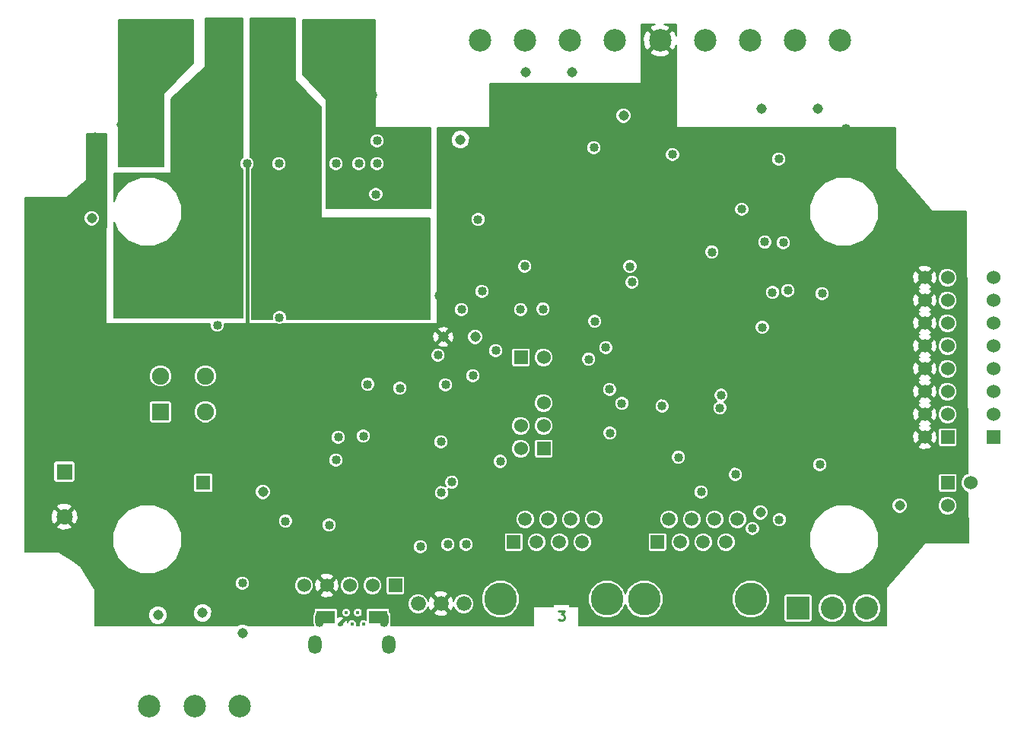
<source format=gbr>
G04 (created by PCBNEW (2013-07-07 BZR 4022)-stable) date 4/21/2018 10:45:42 AM*
%MOIN*%
G04 Gerber Fmt 3.4, Leading zero omitted, Abs format*
%FSLAX34Y34*%
G01*
G70*
G90*
G04 APERTURE LIST*
%ADD10C,0.00590551*%
%ADD11C,0.01*%
%ADD12R,0.1X0.1*%
%ADD13C,0.1*%
%ADD14R,0.06X0.06*%
%ADD15C,0.06*%
%ADD16R,0.0629921X0.0629921*%
%ADD17C,0.0629921*%
%ADD18C,0.0984252*%
%ADD19C,0.011811*%
%ADD20R,0.0708661X0.0708661*%
%ADD21C,0.0708661*%
%ADD22C,0.045*%
%ADD23C,0.066*%
%ADD24C,0.1437*%
%ADD25R,0.0591X0.0591*%
%ADD26C,0.0591*%
%ADD27O,0.0393701X0.0669291*%
%ADD28C,0.0177165*%
%ADD29C,0.075*%
%ADD30R,0.075X0.075*%
%ADD31O,0.0590551X0.0826772*%
%ADD32R,0.0787402X0.0562992*%
%ADD33R,0.0787402X0.0574803*%
%ADD34C,0.04*%
%ADD35C,0.016*%
%ADD36C,0.008*%
G04 APERTURE END LIST*
G54D10*
G54D11*
X53756Y-44221D02*
X54004Y-44221D01*
X53870Y-44374D01*
X53928Y-44374D01*
X53966Y-44393D01*
X53985Y-44412D01*
X54004Y-44450D01*
X54004Y-44545D01*
X53985Y-44583D01*
X53966Y-44602D01*
X53928Y-44621D01*
X53813Y-44621D01*
X53775Y-44602D01*
X53756Y-44583D01*
G54D12*
X64248Y-44094D03*
G54D13*
X65748Y-44094D03*
X67248Y-44094D03*
G54D14*
X46600Y-43100D03*
G54D15*
X45600Y-43100D03*
X44600Y-43100D03*
X43600Y-43100D03*
X42600Y-43100D03*
G54D14*
X53100Y-37100D03*
G54D15*
X52100Y-37100D03*
X53100Y-36100D03*
X52100Y-36100D03*
X53100Y-35100D03*
X52100Y-35100D03*
G54D16*
X38192Y-38600D03*
G54D17*
X37207Y-38600D03*
G54D18*
X35178Y-19300D03*
X37147Y-19300D03*
X39115Y-19300D03*
X41084Y-19300D03*
X45021Y-19300D03*
X43052Y-19300D03*
G54D19*
X62810Y-32780D03*
X42600Y-38700D03*
X44200Y-35200D03*
X40500Y-33300D03*
X42500Y-36600D03*
X40500Y-34700D03*
X41600Y-33900D03*
X40500Y-35900D03*
X44930Y-34250D03*
G54D20*
X32100Y-38115D03*
G54D21*
X32100Y-40084D03*
G54D19*
X43200Y-33900D03*
X41540Y-35320D03*
X43200Y-35300D03*
X44200Y-33300D03*
X42500Y-34700D03*
G54D22*
X40800Y-39000D03*
G54D23*
X49600Y-43900D03*
X48600Y-43900D03*
X47600Y-43900D03*
G54D14*
X70800Y-38600D03*
G54D15*
X70800Y-39600D03*
G54D24*
X62180Y-43700D03*
X57507Y-43700D03*
G54D25*
X58092Y-41200D03*
G54D26*
X58592Y-40200D03*
X59092Y-41200D03*
X59592Y-40200D03*
X60092Y-41200D03*
X60592Y-40200D03*
X61092Y-41200D03*
X61592Y-40200D03*
G54D24*
X55881Y-43700D03*
X51208Y-43700D03*
G54D25*
X51793Y-41200D03*
G54D26*
X52293Y-40200D03*
X52793Y-41200D03*
X53293Y-40200D03*
X53793Y-41200D03*
X54293Y-40200D03*
X54793Y-41200D03*
X55293Y-40200D03*
G54D14*
X52100Y-33100D03*
G54D15*
X53100Y-33100D03*
G54D27*
X46107Y-44600D03*
X43292Y-44600D03*
G54D28*
X44955Y-44292D03*
X44700Y-44796D03*
X44444Y-44292D03*
X44188Y-44796D03*
X45211Y-44796D03*
G54D15*
X70800Y-29600D03*
X70800Y-30600D03*
X70800Y-31600D03*
X70800Y-32600D03*
X70800Y-33600D03*
X70800Y-34600D03*
X70800Y-35600D03*
G54D14*
X70800Y-36600D03*
X72800Y-36600D03*
G54D15*
X72800Y-35600D03*
X72800Y-34600D03*
X72800Y-33600D03*
X72800Y-32600D03*
X72800Y-31600D03*
X72800Y-30600D03*
X72800Y-29600D03*
X69800Y-29600D03*
X69800Y-30600D03*
X69800Y-31600D03*
X69800Y-32600D03*
X69800Y-33600D03*
X69800Y-34600D03*
X69800Y-35600D03*
X69800Y-36600D03*
G54D29*
X38284Y-33913D03*
X38284Y-35487D03*
G54D30*
X36316Y-35487D03*
G54D29*
X36316Y-33913D03*
G54D19*
X62810Y-34070D03*
X61150Y-34090D03*
X61380Y-33170D03*
X61800Y-32450D03*
G54D22*
X49450Y-23550D03*
X39900Y-45200D03*
X38150Y-44300D03*
X56600Y-22500D03*
X54350Y-20600D03*
X52300Y-20600D03*
X36200Y-44400D03*
X48700Y-32200D03*
X47300Y-24300D03*
X47400Y-27600D03*
X33300Y-27000D03*
X34600Y-22900D03*
X50100Y-32200D03*
X65100Y-22200D03*
X62650Y-22200D03*
G54D18*
X39768Y-48400D03*
X35831Y-48400D03*
X37800Y-48400D03*
X66074Y-19200D03*
X64105Y-19200D03*
X62137Y-19200D03*
X60168Y-19200D03*
X58200Y-19200D03*
X56231Y-19200D03*
X54262Y-19200D03*
X50325Y-19200D03*
X52294Y-19200D03*
G54D14*
X70800Y-38600D03*
G54D15*
X71800Y-38600D03*
G54D22*
X68700Y-39600D03*
X62600Y-39900D03*
G54D31*
X43085Y-45700D03*
G54D32*
X45841Y-44487D03*
G54D33*
X43558Y-44487D03*
G54D31*
X46314Y-45700D03*
G54D34*
X44000Y-24600D03*
X45000Y-24600D03*
X45800Y-24600D03*
X45800Y-23600D03*
X50230Y-27050D03*
X50400Y-30200D03*
X58750Y-24200D03*
X48630Y-39030D03*
X58290Y-35230D03*
X55300Y-23900D03*
X63400Y-24400D03*
X61780Y-26600D03*
X48800Y-34300D03*
X45390Y-34280D03*
X59010Y-37480D03*
X44100Y-36600D03*
X60470Y-28480D03*
X61510Y-38230D03*
X52090Y-31000D03*
X53070Y-30980D03*
X45200Y-36550D03*
X44000Y-37600D03*
X51000Y-32800D03*
X63800Y-30170D03*
X63600Y-28070D03*
X44600Y-27800D03*
X44600Y-31000D03*
X41000Y-31000D03*
X41000Y-28200D03*
X42400Y-26800D03*
X42400Y-26000D03*
X42400Y-25200D03*
X42400Y-24000D03*
X42400Y-23200D03*
X42400Y-22400D03*
X42200Y-21600D03*
X41400Y-21600D03*
X40600Y-21600D03*
X62790Y-28040D03*
X63130Y-30250D03*
X34600Y-28600D03*
X38200Y-28600D03*
X37700Y-26600D03*
X39000Y-26800D03*
X39000Y-26000D03*
X39000Y-25200D03*
X39000Y-24000D03*
X39000Y-23200D03*
X39000Y-22400D03*
X39000Y-21600D03*
X38200Y-21600D03*
X37400Y-21600D03*
X63430Y-40220D03*
X65200Y-37800D03*
X62250Y-40600D03*
X60000Y-39000D03*
X55340Y-31520D03*
X55070Y-33180D03*
X55820Y-32670D03*
X48470Y-33000D03*
X41530Y-31350D03*
X41500Y-24600D03*
X56970Y-29800D03*
X50000Y-33900D03*
X56880Y-29110D03*
X41790Y-40280D03*
X49075Y-38575D03*
X38800Y-31680D03*
X56010Y-36420D03*
X49700Y-41300D03*
X55990Y-34500D03*
X48900Y-41300D03*
X60870Y-34760D03*
X60820Y-35320D03*
X47700Y-41400D03*
X45600Y-21600D03*
X44800Y-21600D03*
X44000Y-21600D03*
X35400Y-24400D03*
X35400Y-23200D03*
X35400Y-21800D03*
X34800Y-21000D03*
X36200Y-21000D03*
X48500Y-30400D03*
X54300Y-22250D03*
X61050Y-25900D03*
X55800Y-29670D03*
X36900Y-43550D03*
X36900Y-42950D03*
X58810Y-35230D03*
X51250Y-22200D03*
X63900Y-37100D03*
X66500Y-24000D03*
X66350Y-23050D03*
X64200Y-23850D03*
X50480Y-38920D03*
X41800Y-42400D03*
X40550Y-32070D03*
X33430Y-24370D03*
X33460Y-23420D03*
X61550Y-23450D03*
X50220Y-26550D03*
X33420Y-32060D03*
X47700Y-38900D03*
X47200Y-41400D03*
X54100Y-36600D03*
X54100Y-35500D03*
X50100Y-36200D03*
X48600Y-36100D03*
X31000Y-35200D03*
X46470Y-41690D03*
X35850Y-39150D03*
X34400Y-39150D03*
X62300Y-36100D03*
X60670Y-38330D03*
X59000Y-36830D03*
X42250Y-40450D03*
X46460Y-42460D03*
X45680Y-40030D03*
X32450Y-35720D03*
X51100Y-28400D03*
X40100Y-24600D03*
X57830Y-27050D03*
X61050Y-26800D03*
X58710Y-29750D03*
X58720Y-28490D03*
X32300Y-33600D03*
X41760Y-41740D03*
X48300Y-41400D03*
X56500Y-39000D03*
X58260Y-24260D03*
X39900Y-43000D03*
X46800Y-34450D03*
X49500Y-31000D03*
X48600Y-36800D03*
X51200Y-37660D03*
X43700Y-40450D03*
X62680Y-31780D03*
X56530Y-35120D03*
X45750Y-25950D03*
X52275Y-29100D03*
X65300Y-30300D03*
G54D35*
X40100Y-24600D02*
X40100Y-34000D01*
X40800Y-34700D02*
X42500Y-34700D01*
X40100Y-34000D02*
X40800Y-34700D01*
G54D10*
G36*
X71709Y-41210D02*
X71220Y-41210D01*
X71220Y-39516D01*
X71220Y-35516D01*
X71220Y-34516D01*
X71220Y-33516D01*
X71220Y-32516D01*
X71220Y-31516D01*
X71220Y-30516D01*
X71220Y-29516D01*
X71156Y-29362D01*
X71038Y-29244D01*
X70883Y-29180D01*
X70716Y-29179D01*
X70562Y-29243D01*
X70444Y-29361D01*
X70380Y-29516D01*
X70379Y-29683D01*
X70443Y-29837D01*
X70561Y-29955D01*
X70716Y-30019D01*
X70883Y-30020D01*
X71037Y-29956D01*
X71155Y-29838D01*
X71219Y-29683D01*
X71220Y-29516D01*
X71220Y-30516D01*
X71156Y-30362D01*
X71038Y-30244D01*
X70883Y-30180D01*
X70716Y-30179D01*
X70562Y-30243D01*
X70444Y-30361D01*
X70380Y-30516D01*
X70379Y-30683D01*
X70443Y-30837D01*
X70561Y-30955D01*
X70716Y-31019D01*
X70883Y-31020D01*
X71037Y-30956D01*
X71155Y-30838D01*
X71219Y-30683D01*
X71220Y-30516D01*
X71220Y-31516D01*
X71156Y-31362D01*
X71038Y-31244D01*
X70883Y-31180D01*
X70716Y-31179D01*
X70562Y-31243D01*
X70444Y-31361D01*
X70380Y-31516D01*
X70379Y-31683D01*
X70443Y-31837D01*
X70561Y-31955D01*
X70716Y-32019D01*
X70883Y-32020D01*
X71037Y-31956D01*
X71155Y-31838D01*
X71219Y-31683D01*
X71220Y-31516D01*
X71220Y-32516D01*
X71156Y-32362D01*
X71038Y-32244D01*
X70883Y-32180D01*
X70716Y-32179D01*
X70562Y-32243D01*
X70444Y-32361D01*
X70380Y-32516D01*
X70379Y-32683D01*
X70443Y-32837D01*
X70561Y-32955D01*
X70716Y-33019D01*
X70883Y-33020D01*
X71037Y-32956D01*
X71155Y-32838D01*
X71219Y-32683D01*
X71220Y-32516D01*
X71220Y-33516D01*
X71156Y-33362D01*
X71038Y-33244D01*
X70883Y-33180D01*
X70716Y-33179D01*
X70562Y-33243D01*
X70444Y-33361D01*
X70380Y-33516D01*
X70379Y-33683D01*
X70443Y-33837D01*
X70561Y-33955D01*
X70716Y-34019D01*
X70883Y-34020D01*
X71037Y-33956D01*
X71155Y-33838D01*
X71219Y-33683D01*
X71220Y-33516D01*
X71220Y-34516D01*
X71156Y-34362D01*
X71038Y-34244D01*
X70883Y-34180D01*
X70716Y-34179D01*
X70562Y-34243D01*
X70444Y-34361D01*
X70380Y-34516D01*
X70379Y-34683D01*
X70443Y-34837D01*
X70561Y-34955D01*
X70716Y-35019D01*
X70883Y-35020D01*
X71037Y-34956D01*
X71155Y-34838D01*
X71219Y-34683D01*
X71220Y-34516D01*
X71220Y-35516D01*
X71156Y-35362D01*
X71038Y-35244D01*
X70883Y-35180D01*
X70716Y-35179D01*
X70562Y-35243D01*
X70444Y-35361D01*
X70380Y-35516D01*
X70379Y-35683D01*
X70443Y-35837D01*
X70561Y-35955D01*
X70716Y-36019D01*
X70883Y-36020D01*
X71037Y-35956D01*
X71155Y-35838D01*
X71219Y-35683D01*
X71220Y-35516D01*
X71220Y-39516D01*
X71220Y-39516D01*
X71220Y-38876D01*
X71220Y-38276D01*
X71220Y-36876D01*
X71220Y-36276D01*
X71201Y-36232D01*
X71168Y-36198D01*
X71123Y-36180D01*
X71076Y-36179D01*
X70476Y-36179D01*
X70432Y-36198D01*
X70398Y-36231D01*
X70380Y-36276D01*
X70379Y-36323D01*
X70379Y-36923D01*
X70398Y-36967D01*
X70431Y-37001D01*
X70476Y-37019D01*
X70523Y-37020D01*
X71123Y-37020D01*
X71167Y-37001D01*
X71201Y-36968D01*
X71219Y-36923D01*
X71220Y-36876D01*
X71220Y-38276D01*
X71201Y-38232D01*
X71168Y-38198D01*
X71123Y-38180D01*
X71076Y-38179D01*
X70476Y-38179D01*
X70432Y-38198D01*
X70398Y-38231D01*
X70380Y-38276D01*
X70379Y-38323D01*
X70379Y-38923D01*
X70398Y-38967D01*
X70431Y-39001D01*
X70476Y-39019D01*
X70523Y-39020D01*
X71123Y-39020D01*
X71167Y-39001D01*
X71201Y-38968D01*
X71219Y-38923D01*
X71220Y-38876D01*
X71220Y-39516D01*
X71156Y-39362D01*
X71038Y-39244D01*
X70883Y-39180D01*
X70716Y-39179D01*
X70562Y-39243D01*
X70444Y-39361D01*
X70380Y-39516D01*
X70379Y-39683D01*
X70443Y-39837D01*
X70561Y-39955D01*
X70716Y-40019D01*
X70883Y-40020D01*
X71037Y-39956D01*
X71155Y-39838D01*
X71219Y-39683D01*
X71220Y-39516D01*
X71220Y-41210D01*
X70346Y-41210D01*
X70346Y-36669D01*
X70346Y-35669D01*
X70346Y-34669D01*
X70346Y-33669D01*
X70346Y-32669D01*
X70346Y-31669D01*
X70346Y-30669D01*
X70346Y-29669D01*
X70331Y-29455D01*
X70278Y-29326D01*
X70186Y-29298D01*
X70101Y-29382D01*
X70101Y-29213D01*
X70073Y-29121D01*
X69869Y-29053D01*
X69655Y-29068D01*
X69526Y-29121D01*
X69498Y-29213D01*
X69800Y-29515D01*
X70101Y-29213D01*
X70101Y-29382D01*
X69884Y-29600D01*
X70186Y-29901D01*
X70278Y-29873D01*
X70346Y-29669D01*
X70346Y-30669D01*
X70331Y-30455D01*
X70278Y-30326D01*
X70186Y-30298D01*
X70101Y-30382D01*
X70101Y-30213D01*
X70073Y-30121D01*
X70014Y-30102D01*
X70073Y-30078D01*
X70101Y-29986D01*
X69800Y-29684D01*
X69715Y-29769D01*
X69715Y-29600D01*
X69413Y-29298D01*
X69321Y-29326D01*
X69253Y-29530D01*
X69268Y-29744D01*
X69321Y-29873D01*
X69413Y-29901D01*
X69715Y-29600D01*
X69715Y-29769D01*
X69498Y-29986D01*
X69526Y-30078D01*
X69585Y-30097D01*
X69526Y-30121D01*
X69498Y-30213D01*
X69800Y-30515D01*
X70101Y-30213D01*
X70101Y-30382D01*
X69884Y-30600D01*
X70186Y-30901D01*
X70278Y-30873D01*
X70346Y-30669D01*
X70346Y-31669D01*
X70331Y-31455D01*
X70278Y-31326D01*
X70186Y-31298D01*
X70101Y-31382D01*
X70101Y-31213D01*
X70073Y-31121D01*
X70014Y-31102D01*
X70073Y-31078D01*
X70101Y-30986D01*
X69800Y-30684D01*
X69715Y-30769D01*
X69715Y-30600D01*
X69413Y-30298D01*
X69321Y-30326D01*
X69253Y-30530D01*
X69268Y-30744D01*
X69321Y-30873D01*
X69413Y-30901D01*
X69715Y-30600D01*
X69715Y-30769D01*
X69498Y-30986D01*
X69526Y-31078D01*
X69585Y-31097D01*
X69526Y-31121D01*
X69498Y-31213D01*
X69800Y-31515D01*
X70101Y-31213D01*
X70101Y-31382D01*
X69884Y-31600D01*
X70186Y-31901D01*
X70278Y-31873D01*
X70346Y-31669D01*
X70346Y-32669D01*
X70331Y-32455D01*
X70278Y-32326D01*
X70186Y-32298D01*
X70101Y-32382D01*
X70101Y-32213D01*
X70073Y-32121D01*
X70014Y-32102D01*
X70073Y-32078D01*
X70101Y-31986D01*
X69800Y-31684D01*
X69715Y-31769D01*
X69715Y-31600D01*
X69413Y-31298D01*
X69321Y-31326D01*
X69253Y-31530D01*
X69268Y-31744D01*
X69321Y-31873D01*
X69413Y-31901D01*
X69715Y-31600D01*
X69715Y-31769D01*
X69498Y-31986D01*
X69526Y-32078D01*
X69585Y-32097D01*
X69526Y-32121D01*
X69498Y-32213D01*
X69800Y-32515D01*
X70101Y-32213D01*
X70101Y-32382D01*
X69884Y-32600D01*
X70186Y-32901D01*
X70278Y-32873D01*
X70346Y-32669D01*
X70346Y-33669D01*
X70331Y-33455D01*
X70278Y-33326D01*
X70186Y-33298D01*
X70101Y-33382D01*
X70101Y-33213D01*
X70073Y-33121D01*
X70014Y-33102D01*
X70073Y-33078D01*
X70101Y-32986D01*
X69800Y-32684D01*
X69715Y-32769D01*
X69715Y-32600D01*
X69413Y-32298D01*
X69321Y-32326D01*
X69253Y-32530D01*
X69268Y-32744D01*
X69321Y-32873D01*
X69413Y-32901D01*
X69715Y-32600D01*
X69715Y-32769D01*
X69498Y-32986D01*
X69526Y-33078D01*
X69585Y-33097D01*
X69526Y-33121D01*
X69498Y-33213D01*
X69800Y-33515D01*
X70101Y-33213D01*
X70101Y-33382D01*
X69884Y-33600D01*
X70186Y-33901D01*
X70278Y-33873D01*
X70346Y-33669D01*
X70346Y-34669D01*
X70331Y-34455D01*
X70278Y-34326D01*
X70186Y-34298D01*
X70101Y-34382D01*
X70101Y-34213D01*
X70073Y-34121D01*
X70014Y-34102D01*
X70073Y-34078D01*
X70101Y-33986D01*
X69800Y-33684D01*
X69715Y-33769D01*
X69715Y-33600D01*
X69413Y-33298D01*
X69321Y-33326D01*
X69253Y-33530D01*
X69268Y-33744D01*
X69321Y-33873D01*
X69413Y-33901D01*
X69715Y-33600D01*
X69715Y-33769D01*
X69498Y-33986D01*
X69526Y-34078D01*
X69585Y-34097D01*
X69526Y-34121D01*
X69498Y-34213D01*
X69800Y-34515D01*
X70101Y-34213D01*
X70101Y-34382D01*
X69884Y-34600D01*
X70186Y-34901D01*
X70278Y-34873D01*
X70346Y-34669D01*
X70346Y-35669D01*
X70331Y-35455D01*
X70278Y-35326D01*
X70186Y-35298D01*
X70101Y-35382D01*
X70101Y-35213D01*
X70073Y-35121D01*
X70014Y-35102D01*
X70073Y-35078D01*
X70101Y-34986D01*
X69800Y-34684D01*
X69715Y-34769D01*
X69715Y-34600D01*
X69413Y-34298D01*
X69321Y-34326D01*
X69253Y-34530D01*
X69268Y-34744D01*
X69321Y-34873D01*
X69413Y-34901D01*
X69715Y-34600D01*
X69715Y-34769D01*
X69498Y-34986D01*
X69526Y-35078D01*
X69585Y-35097D01*
X69526Y-35121D01*
X69498Y-35213D01*
X69800Y-35515D01*
X70101Y-35213D01*
X70101Y-35382D01*
X69884Y-35600D01*
X70186Y-35901D01*
X70278Y-35873D01*
X70346Y-35669D01*
X70346Y-36669D01*
X70331Y-36455D01*
X70278Y-36326D01*
X70186Y-36298D01*
X70101Y-36382D01*
X70101Y-36213D01*
X70073Y-36121D01*
X70014Y-36102D01*
X70073Y-36078D01*
X70101Y-35986D01*
X69800Y-35684D01*
X69715Y-35769D01*
X69715Y-35600D01*
X69413Y-35298D01*
X69321Y-35326D01*
X69253Y-35530D01*
X69268Y-35744D01*
X69321Y-35873D01*
X69413Y-35901D01*
X69715Y-35600D01*
X69715Y-35769D01*
X69498Y-35986D01*
X69526Y-36078D01*
X69585Y-36097D01*
X69526Y-36121D01*
X69498Y-36213D01*
X69800Y-36515D01*
X70101Y-36213D01*
X70101Y-36382D01*
X69884Y-36600D01*
X70186Y-36901D01*
X70278Y-36873D01*
X70346Y-36669D01*
X70346Y-41210D01*
X70101Y-41210D01*
X70101Y-36986D01*
X69800Y-36684D01*
X69715Y-36769D01*
X69715Y-36600D01*
X69413Y-36298D01*
X69321Y-36326D01*
X69253Y-36530D01*
X69268Y-36744D01*
X69321Y-36873D01*
X69413Y-36901D01*
X69715Y-36600D01*
X69715Y-36769D01*
X69498Y-36986D01*
X69526Y-37078D01*
X69730Y-37146D01*
X69944Y-37131D01*
X70073Y-37078D01*
X70101Y-36986D01*
X70101Y-41210D01*
X69831Y-41210D01*
X69045Y-42112D01*
X69045Y-39531D01*
X68992Y-39404D01*
X68895Y-39307D01*
X68768Y-39255D01*
X68631Y-39254D01*
X68504Y-39307D01*
X68407Y-39404D01*
X68355Y-39531D01*
X68354Y-39668D01*
X68407Y-39795D01*
X68504Y-39892D01*
X68631Y-39944D01*
X68768Y-39945D01*
X68895Y-39892D01*
X68992Y-39795D01*
X69044Y-39668D01*
X69045Y-39531D01*
X69045Y-42112D01*
X68110Y-43185D01*
X68110Y-44860D01*
X67868Y-44860D01*
X67868Y-43971D01*
X67773Y-43743D01*
X67772Y-43742D01*
X67772Y-40784D01*
X67772Y-26414D01*
X67542Y-25857D01*
X67115Y-25430D01*
X66558Y-25198D01*
X65955Y-25198D01*
X65398Y-25428D01*
X64971Y-25854D01*
X64739Y-26412D01*
X64739Y-27015D01*
X64969Y-27572D01*
X65395Y-27999D01*
X65952Y-28231D01*
X66556Y-28231D01*
X67113Y-28001D01*
X67540Y-27575D01*
X67772Y-27017D01*
X67772Y-26414D01*
X67772Y-40784D01*
X67542Y-40227D01*
X67115Y-39800D01*
X66558Y-39568D01*
X65955Y-39568D01*
X65620Y-39707D01*
X65620Y-30236D01*
X65571Y-30118D01*
X65481Y-30028D01*
X65363Y-29980D01*
X65236Y-29979D01*
X65118Y-30028D01*
X65028Y-30118D01*
X64980Y-30236D01*
X64979Y-30363D01*
X65028Y-30481D01*
X65118Y-30571D01*
X65236Y-30619D01*
X65363Y-30620D01*
X65481Y-30571D01*
X65571Y-30481D01*
X65619Y-30363D01*
X65620Y-30236D01*
X65620Y-39707D01*
X65520Y-39748D01*
X65520Y-37736D01*
X65471Y-37618D01*
X65381Y-37528D01*
X65263Y-37480D01*
X65136Y-37479D01*
X65018Y-37528D01*
X64928Y-37618D01*
X64880Y-37736D01*
X64879Y-37863D01*
X64928Y-37981D01*
X65018Y-38071D01*
X65136Y-38119D01*
X65263Y-38120D01*
X65381Y-38071D01*
X65471Y-37981D01*
X65519Y-37863D01*
X65520Y-37736D01*
X65520Y-39748D01*
X65398Y-39798D01*
X64971Y-40224D01*
X64739Y-40782D01*
X64739Y-41385D01*
X64969Y-41942D01*
X65395Y-42369D01*
X65952Y-42601D01*
X66556Y-42601D01*
X67113Y-42371D01*
X67540Y-41945D01*
X67772Y-41387D01*
X67772Y-40784D01*
X67772Y-43742D01*
X67599Y-43569D01*
X67371Y-43474D01*
X67125Y-43474D01*
X66897Y-43568D01*
X66722Y-43742D01*
X66628Y-43970D01*
X66627Y-44217D01*
X66722Y-44445D01*
X66896Y-44619D01*
X67124Y-44714D01*
X67370Y-44714D01*
X67598Y-44620D01*
X67773Y-44446D01*
X67867Y-44218D01*
X67868Y-43971D01*
X67868Y-44860D01*
X66368Y-44860D01*
X66368Y-43971D01*
X66273Y-43743D01*
X66099Y-43569D01*
X65871Y-43474D01*
X65625Y-43474D01*
X65397Y-43568D01*
X65222Y-43742D01*
X65128Y-43970D01*
X65127Y-44217D01*
X65222Y-44445D01*
X65396Y-44619D01*
X65624Y-44714D01*
X65870Y-44714D01*
X66098Y-44620D01*
X66273Y-44446D01*
X66367Y-44218D01*
X66368Y-43971D01*
X66368Y-44860D01*
X64868Y-44860D01*
X64868Y-44570D01*
X64868Y-43570D01*
X64849Y-43526D01*
X64816Y-43492D01*
X64772Y-43474D01*
X64724Y-43474D01*
X64120Y-43474D01*
X64120Y-30106D01*
X64071Y-29988D01*
X63981Y-29898D01*
X63920Y-29873D01*
X63920Y-28006D01*
X63871Y-27888D01*
X63781Y-27798D01*
X63720Y-27773D01*
X63720Y-24336D01*
X63671Y-24218D01*
X63581Y-24128D01*
X63463Y-24080D01*
X63336Y-24079D01*
X63218Y-24128D01*
X63128Y-24218D01*
X63080Y-24336D01*
X63079Y-24463D01*
X63128Y-24581D01*
X63218Y-24671D01*
X63336Y-24719D01*
X63463Y-24720D01*
X63581Y-24671D01*
X63671Y-24581D01*
X63719Y-24463D01*
X63720Y-24336D01*
X63720Y-27773D01*
X63663Y-27750D01*
X63536Y-27749D01*
X63418Y-27798D01*
X63328Y-27888D01*
X63280Y-28006D01*
X63279Y-28133D01*
X63328Y-28251D01*
X63418Y-28341D01*
X63536Y-28389D01*
X63663Y-28390D01*
X63781Y-28341D01*
X63871Y-28251D01*
X63919Y-28133D01*
X63920Y-28006D01*
X63920Y-29873D01*
X63863Y-29850D01*
X63736Y-29849D01*
X63618Y-29898D01*
X63528Y-29988D01*
X63480Y-30106D01*
X63479Y-30233D01*
X63528Y-30351D01*
X63618Y-30441D01*
X63736Y-30489D01*
X63863Y-30490D01*
X63981Y-30441D01*
X64071Y-30351D01*
X64119Y-30233D01*
X64120Y-30106D01*
X64120Y-43474D01*
X63750Y-43474D01*
X63750Y-40156D01*
X63701Y-40038D01*
X63611Y-39948D01*
X63493Y-39900D01*
X63450Y-39900D01*
X63450Y-30186D01*
X63401Y-30068D01*
X63311Y-29978D01*
X63193Y-29930D01*
X63110Y-29929D01*
X63110Y-27976D01*
X63061Y-27858D01*
X62971Y-27768D01*
X62853Y-27720D01*
X62726Y-27719D01*
X62608Y-27768D01*
X62518Y-27858D01*
X62470Y-27976D01*
X62469Y-28103D01*
X62518Y-28221D01*
X62608Y-28311D01*
X62726Y-28359D01*
X62853Y-28360D01*
X62971Y-28311D01*
X63061Y-28221D01*
X63109Y-28103D01*
X63110Y-27976D01*
X63110Y-29929D01*
X63066Y-29929D01*
X62948Y-29978D01*
X62858Y-30068D01*
X62810Y-30186D01*
X62809Y-30313D01*
X62858Y-30431D01*
X62948Y-30521D01*
X63066Y-30569D01*
X63193Y-30570D01*
X63311Y-30521D01*
X63401Y-30431D01*
X63449Y-30313D01*
X63450Y-30186D01*
X63450Y-39900D01*
X63366Y-39899D01*
X63248Y-39948D01*
X63158Y-40038D01*
X63110Y-40156D01*
X63109Y-40283D01*
X63158Y-40401D01*
X63248Y-40491D01*
X63366Y-40539D01*
X63493Y-40540D01*
X63611Y-40491D01*
X63701Y-40401D01*
X63749Y-40283D01*
X63750Y-40156D01*
X63750Y-43474D01*
X63724Y-43474D01*
X63680Y-43492D01*
X63646Y-43526D01*
X63628Y-43570D01*
X63628Y-43618D01*
X63628Y-44618D01*
X63646Y-44662D01*
X63679Y-44696D01*
X63724Y-44714D01*
X63771Y-44714D01*
X64771Y-44714D01*
X64815Y-44696D01*
X64849Y-44662D01*
X64868Y-44618D01*
X64868Y-44570D01*
X64868Y-44860D01*
X63019Y-44860D01*
X63019Y-43534D01*
X63000Y-43488D01*
X63000Y-31716D01*
X62951Y-31598D01*
X62861Y-31508D01*
X62743Y-31460D01*
X62616Y-31459D01*
X62498Y-31508D01*
X62408Y-31598D01*
X62360Y-31716D01*
X62359Y-31843D01*
X62408Y-31961D01*
X62498Y-32051D01*
X62616Y-32099D01*
X62743Y-32100D01*
X62861Y-32051D01*
X62951Y-31961D01*
X62999Y-31843D01*
X63000Y-31716D01*
X63000Y-43488D01*
X62945Y-43355D01*
X62945Y-39831D01*
X62892Y-39704D01*
X62795Y-39607D01*
X62668Y-39555D01*
X62531Y-39554D01*
X62404Y-39607D01*
X62307Y-39704D01*
X62255Y-39831D01*
X62254Y-39968D01*
X62307Y-40095D01*
X62404Y-40192D01*
X62531Y-40244D01*
X62668Y-40245D01*
X62795Y-40192D01*
X62892Y-40095D01*
X62944Y-39968D01*
X62945Y-39831D01*
X62945Y-43355D01*
X62891Y-43226D01*
X62656Y-42990D01*
X62570Y-42954D01*
X62570Y-40536D01*
X62521Y-40418D01*
X62431Y-40328D01*
X62313Y-40280D01*
X62186Y-40279D01*
X62100Y-40315D01*
X62100Y-26536D01*
X62051Y-26418D01*
X61961Y-26328D01*
X61843Y-26280D01*
X61716Y-26279D01*
X61598Y-26328D01*
X61508Y-26418D01*
X61460Y-26536D01*
X61459Y-26663D01*
X61508Y-26781D01*
X61598Y-26871D01*
X61716Y-26919D01*
X61843Y-26920D01*
X61961Y-26871D01*
X62051Y-26781D01*
X62099Y-26663D01*
X62100Y-26536D01*
X62100Y-40315D01*
X62068Y-40328D01*
X62008Y-40389D01*
X62008Y-40118D01*
X61944Y-39965D01*
X61830Y-39850D01*
X61830Y-38166D01*
X61781Y-38048D01*
X61691Y-37958D01*
X61573Y-37910D01*
X61446Y-37909D01*
X61328Y-37958D01*
X61238Y-38048D01*
X61190Y-38166D01*
X61190Y-34696D01*
X61141Y-34578D01*
X61051Y-34488D01*
X60933Y-34440D01*
X60806Y-34439D01*
X60790Y-34446D01*
X60790Y-28416D01*
X60741Y-28298D01*
X60651Y-28208D01*
X60533Y-28160D01*
X60406Y-28159D01*
X60288Y-28208D01*
X60198Y-28298D01*
X60150Y-28416D01*
X60149Y-28543D01*
X60198Y-28661D01*
X60288Y-28751D01*
X60406Y-28799D01*
X60533Y-28800D01*
X60651Y-28751D01*
X60741Y-28661D01*
X60789Y-28543D01*
X60790Y-28416D01*
X60790Y-34446D01*
X60688Y-34488D01*
X60598Y-34578D01*
X60550Y-34696D01*
X60549Y-34823D01*
X60598Y-34941D01*
X60686Y-35028D01*
X60638Y-35048D01*
X60548Y-35138D01*
X60500Y-35256D01*
X60499Y-35383D01*
X60548Y-35501D01*
X60638Y-35591D01*
X60756Y-35639D01*
X60883Y-35640D01*
X61001Y-35591D01*
X61091Y-35501D01*
X61139Y-35383D01*
X61140Y-35256D01*
X61091Y-35138D01*
X61003Y-35051D01*
X61051Y-35031D01*
X61141Y-34941D01*
X61189Y-34823D01*
X61190Y-34696D01*
X61190Y-38166D01*
X61189Y-38293D01*
X61238Y-38411D01*
X61328Y-38501D01*
X61446Y-38549D01*
X61573Y-38550D01*
X61691Y-38501D01*
X61781Y-38411D01*
X61829Y-38293D01*
X61830Y-38166D01*
X61830Y-39850D01*
X61828Y-39848D01*
X61675Y-39785D01*
X61510Y-39785D01*
X61357Y-39848D01*
X61240Y-39965D01*
X61177Y-40117D01*
X61176Y-40283D01*
X61240Y-40435D01*
X61356Y-40552D01*
X61509Y-40616D01*
X61674Y-40616D01*
X61827Y-40553D01*
X61944Y-40436D01*
X62007Y-40283D01*
X62008Y-40118D01*
X62008Y-40389D01*
X61978Y-40418D01*
X61930Y-40536D01*
X61929Y-40663D01*
X61978Y-40781D01*
X62068Y-40871D01*
X62186Y-40919D01*
X62313Y-40920D01*
X62431Y-40871D01*
X62521Y-40781D01*
X62569Y-40663D01*
X62570Y-40536D01*
X62570Y-42954D01*
X62348Y-42862D01*
X62014Y-42862D01*
X61706Y-42989D01*
X61508Y-43187D01*
X61508Y-41118D01*
X61444Y-40965D01*
X61328Y-40848D01*
X61175Y-40785D01*
X61010Y-40785D01*
X61008Y-40786D01*
X61008Y-40118D01*
X60944Y-39965D01*
X60828Y-39848D01*
X60675Y-39785D01*
X60510Y-39785D01*
X60357Y-39848D01*
X60320Y-39885D01*
X60320Y-38936D01*
X60271Y-38818D01*
X60181Y-38728D01*
X60063Y-38680D01*
X59936Y-38679D01*
X59818Y-38728D01*
X59728Y-38818D01*
X59680Y-38936D01*
X59679Y-39063D01*
X59728Y-39181D01*
X59818Y-39271D01*
X59936Y-39319D01*
X60063Y-39320D01*
X60181Y-39271D01*
X60271Y-39181D01*
X60319Y-39063D01*
X60320Y-38936D01*
X60320Y-39885D01*
X60240Y-39965D01*
X60177Y-40117D01*
X60176Y-40283D01*
X60240Y-40435D01*
X60356Y-40552D01*
X60509Y-40616D01*
X60674Y-40616D01*
X60827Y-40553D01*
X60944Y-40436D01*
X61007Y-40283D01*
X61008Y-40118D01*
X61008Y-40786D01*
X60857Y-40848D01*
X60740Y-40965D01*
X60677Y-41117D01*
X60676Y-41283D01*
X60740Y-41435D01*
X60856Y-41552D01*
X61009Y-41616D01*
X61174Y-41616D01*
X61327Y-41553D01*
X61444Y-41436D01*
X61507Y-41283D01*
X61508Y-41118D01*
X61508Y-43187D01*
X61470Y-43225D01*
X61342Y-43533D01*
X61341Y-43866D01*
X61469Y-44175D01*
X61704Y-44411D01*
X62013Y-44539D01*
X62346Y-44539D01*
X62654Y-44412D01*
X62890Y-44176D01*
X63018Y-43868D01*
X63019Y-43534D01*
X63019Y-44860D01*
X60508Y-44860D01*
X60508Y-41118D01*
X60444Y-40965D01*
X60328Y-40848D01*
X60175Y-40785D01*
X60010Y-40785D01*
X60008Y-40786D01*
X60008Y-40118D01*
X59944Y-39965D01*
X59828Y-39848D01*
X59675Y-39785D01*
X59510Y-39785D01*
X59357Y-39848D01*
X59330Y-39875D01*
X59330Y-37416D01*
X59281Y-37298D01*
X59191Y-37208D01*
X59073Y-37160D01*
X59070Y-37160D01*
X59070Y-24136D01*
X59021Y-24018D01*
X58931Y-23928D01*
X58813Y-23880D01*
X58686Y-23879D01*
X58641Y-23898D01*
X58641Y-19725D01*
X58200Y-19284D01*
X58115Y-19369D01*
X58115Y-19200D01*
X57674Y-18758D01*
X57562Y-18811D01*
X57462Y-19084D01*
X57474Y-19375D01*
X57562Y-19588D01*
X57674Y-19641D01*
X58115Y-19200D01*
X58115Y-19369D01*
X57758Y-19725D01*
X57811Y-19837D01*
X58084Y-19937D01*
X58375Y-19925D01*
X58588Y-19837D01*
X58641Y-19725D01*
X58641Y-23898D01*
X58568Y-23928D01*
X58478Y-24018D01*
X58430Y-24136D01*
X58429Y-24263D01*
X58478Y-24381D01*
X58568Y-24471D01*
X58686Y-24519D01*
X58813Y-24520D01*
X58931Y-24471D01*
X59021Y-24381D01*
X59069Y-24263D01*
X59070Y-24136D01*
X59070Y-37160D01*
X58946Y-37159D01*
X58828Y-37208D01*
X58738Y-37298D01*
X58690Y-37416D01*
X58689Y-37543D01*
X58738Y-37661D01*
X58828Y-37751D01*
X58946Y-37799D01*
X59073Y-37800D01*
X59191Y-37751D01*
X59281Y-37661D01*
X59329Y-37543D01*
X59330Y-37416D01*
X59330Y-39875D01*
X59240Y-39965D01*
X59177Y-40117D01*
X59176Y-40283D01*
X59240Y-40435D01*
X59356Y-40552D01*
X59509Y-40616D01*
X59674Y-40616D01*
X59827Y-40553D01*
X59944Y-40436D01*
X60007Y-40283D01*
X60008Y-40118D01*
X60008Y-40786D01*
X59857Y-40848D01*
X59740Y-40965D01*
X59677Y-41117D01*
X59676Y-41283D01*
X59740Y-41435D01*
X59856Y-41552D01*
X60009Y-41616D01*
X60174Y-41616D01*
X60327Y-41553D01*
X60444Y-41436D01*
X60507Y-41283D01*
X60508Y-41118D01*
X60508Y-44860D01*
X59508Y-44860D01*
X59508Y-41118D01*
X59444Y-40965D01*
X59328Y-40848D01*
X59175Y-40785D01*
X59010Y-40785D01*
X59008Y-40786D01*
X59008Y-40118D01*
X58944Y-39965D01*
X58828Y-39848D01*
X58675Y-39785D01*
X58610Y-39785D01*
X58610Y-35166D01*
X58561Y-35048D01*
X58471Y-34958D01*
X58353Y-34910D01*
X58226Y-34909D01*
X58108Y-34958D01*
X58018Y-35048D01*
X57970Y-35166D01*
X57969Y-35293D01*
X58018Y-35411D01*
X58108Y-35501D01*
X58226Y-35549D01*
X58353Y-35550D01*
X58471Y-35501D01*
X58561Y-35411D01*
X58609Y-35293D01*
X58610Y-35166D01*
X58610Y-39785D01*
X58510Y-39785D01*
X58357Y-39848D01*
X58240Y-39965D01*
X58177Y-40117D01*
X58176Y-40283D01*
X58240Y-40435D01*
X58356Y-40552D01*
X58509Y-40616D01*
X58674Y-40616D01*
X58827Y-40553D01*
X58944Y-40436D01*
X59007Y-40283D01*
X59008Y-40118D01*
X59008Y-40786D01*
X58857Y-40848D01*
X58740Y-40965D01*
X58677Y-41117D01*
X58676Y-41283D01*
X58740Y-41435D01*
X58856Y-41552D01*
X59009Y-41616D01*
X59174Y-41616D01*
X59327Y-41553D01*
X59444Y-41436D01*
X59507Y-41283D01*
X59508Y-41118D01*
X59508Y-44860D01*
X58508Y-44860D01*
X58508Y-41472D01*
X58508Y-40881D01*
X58489Y-40837D01*
X58456Y-40803D01*
X58411Y-40785D01*
X58364Y-40785D01*
X57773Y-40785D01*
X57729Y-40803D01*
X57695Y-40837D01*
X57677Y-40881D01*
X57676Y-40929D01*
X57676Y-41520D01*
X57695Y-41564D01*
X57728Y-41597D01*
X57773Y-41616D01*
X57820Y-41616D01*
X58411Y-41616D01*
X58455Y-41598D01*
X58489Y-41564D01*
X58507Y-41520D01*
X58508Y-41472D01*
X58508Y-44860D01*
X58346Y-44860D01*
X58346Y-43534D01*
X58218Y-43226D01*
X57983Y-42990D01*
X57675Y-42862D01*
X57341Y-42862D01*
X57290Y-42883D01*
X57290Y-29736D01*
X57241Y-29618D01*
X57200Y-29577D01*
X57200Y-29046D01*
X57151Y-28928D01*
X57061Y-28838D01*
X56945Y-28790D01*
X56945Y-22431D01*
X56892Y-22304D01*
X56795Y-22207D01*
X56668Y-22155D01*
X56531Y-22154D01*
X56404Y-22207D01*
X56307Y-22304D01*
X56255Y-22431D01*
X56254Y-22568D01*
X56307Y-22695D01*
X56404Y-22792D01*
X56531Y-22844D01*
X56668Y-22845D01*
X56795Y-22792D01*
X56892Y-22695D01*
X56944Y-22568D01*
X56945Y-22431D01*
X56945Y-28790D01*
X56943Y-28790D01*
X56816Y-28789D01*
X56698Y-28838D01*
X56608Y-28928D01*
X56560Y-29046D01*
X56559Y-29173D01*
X56608Y-29291D01*
X56698Y-29381D01*
X56816Y-29429D01*
X56943Y-29430D01*
X57061Y-29381D01*
X57151Y-29291D01*
X57199Y-29173D01*
X57200Y-29046D01*
X57200Y-29577D01*
X57151Y-29528D01*
X57033Y-29480D01*
X56906Y-29479D01*
X56788Y-29528D01*
X56698Y-29618D01*
X56650Y-29736D01*
X56649Y-29863D01*
X56698Y-29981D01*
X56788Y-30071D01*
X56906Y-30119D01*
X57033Y-30120D01*
X57151Y-30071D01*
X57241Y-29981D01*
X57289Y-29863D01*
X57290Y-29736D01*
X57290Y-42883D01*
X57033Y-42989D01*
X56850Y-43172D01*
X56850Y-35056D01*
X56801Y-34938D01*
X56711Y-34848D01*
X56593Y-34800D01*
X56466Y-34799D01*
X56348Y-34848D01*
X56310Y-34887D01*
X56310Y-34436D01*
X56261Y-34318D01*
X56171Y-34228D01*
X56140Y-34215D01*
X56140Y-32606D01*
X56091Y-32488D01*
X56001Y-32398D01*
X55883Y-32350D01*
X55756Y-32349D01*
X55660Y-32389D01*
X55660Y-31456D01*
X55620Y-31359D01*
X55620Y-23836D01*
X55571Y-23718D01*
X55481Y-23628D01*
X55363Y-23580D01*
X55236Y-23579D01*
X55118Y-23628D01*
X55028Y-23718D01*
X54980Y-23836D01*
X54979Y-23963D01*
X55028Y-24081D01*
X55118Y-24171D01*
X55236Y-24219D01*
X55363Y-24220D01*
X55481Y-24171D01*
X55571Y-24081D01*
X55619Y-23963D01*
X55620Y-23836D01*
X55620Y-31359D01*
X55611Y-31338D01*
X55521Y-31248D01*
X55403Y-31200D01*
X55276Y-31199D01*
X55158Y-31248D01*
X55068Y-31338D01*
X55020Y-31456D01*
X55019Y-31583D01*
X55068Y-31701D01*
X55158Y-31791D01*
X55276Y-31839D01*
X55403Y-31840D01*
X55521Y-31791D01*
X55611Y-31701D01*
X55659Y-31583D01*
X55660Y-31456D01*
X55660Y-32389D01*
X55638Y-32398D01*
X55548Y-32488D01*
X55500Y-32606D01*
X55499Y-32733D01*
X55548Y-32851D01*
X55638Y-32941D01*
X55756Y-32989D01*
X55883Y-32990D01*
X56001Y-32941D01*
X56091Y-32851D01*
X56139Y-32733D01*
X56140Y-32606D01*
X56140Y-34215D01*
X56053Y-34180D01*
X55926Y-34179D01*
X55808Y-34228D01*
X55718Y-34318D01*
X55670Y-34436D01*
X55669Y-34563D01*
X55718Y-34681D01*
X55808Y-34771D01*
X55926Y-34819D01*
X56053Y-34820D01*
X56171Y-34771D01*
X56261Y-34681D01*
X56309Y-34563D01*
X56310Y-34436D01*
X56310Y-34887D01*
X56258Y-34938D01*
X56210Y-35056D01*
X56209Y-35183D01*
X56258Y-35301D01*
X56348Y-35391D01*
X56466Y-35439D01*
X56593Y-35440D01*
X56711Y-35391D01*
X56801Y-35301D01*
X56849Y-35183D01*
X56850Y-35056D01*
X56850Y-43172D01*
X56797Y-43225D01*
X56694Y-43472D01*
X56592Y-43226D01*
X56356Y-42990D01*
X56330Y-42979D01*
X56330Y-36356D01*
X56281Y-36238D01*
X56191Y-36148D01*
X56073Y-36100D01*
X55946Y-36099D01*
X55828Y-36148D01*
X55738Y-36238D01*
X55690Y-36356D01*
X55689Y-36483D01*
X55738Y-36601D01*
X55828Y-36691D01*
X55946Y-36739D01*
X56073Y-36740D01*
X56191Y-36691D01*
X56281Y-36601D01*
X56329Y-36483D01*
X56330Y-36356D01*
X56330Y-42979D01*
X56048Y-42862D01*
X55715Y-42862D01*
X55708Y-42864D01*
X55708Y-40118D01*
X55645Y-39965D01*
X55528Y-39848D01*
X55390Y-39791D01*
X55390Y-33116D01*
X55341Y-32998D01*
X55251Y-32908D01*
X55133Y-32860D01*
X55006Y-32859D01*
X54888Y-32908D01*
X54798Y-32998D01*
X54750Y-33116D01*
X54749Y-33243D01*
X54798Y-33361D01*
X54888Y-33451D01*
X55006Y-33499D01*
X55133Y-33500D01*
X55251Y-33451D01*
X55341Y-33361D01*
X55389Y-33243D01*
X55390Y-33116D01*
X55390Y-39791D01*
X55376Y-39785D01*
X55211Y-39785D01*
X55058Y-39848D01*
X54941Y-39965D01*
X54877Y-40117D01*
X54877Y-40283D01*
X54940Y-40435D01*
X55057Y-40552D01*
X55210Y-40616D01*
X55375Y-40616D01*
X55528Y-40553D01*
X55645Y-40436D01*
X55708Y-40283D01*
X55708Y-40118D01*
X55708Y-42864D01*
X55406Y-42989D01*
X55208Y-43187D01*
X55208Y-41118D01*
X55145Y-40965D01*
X55028Y-40848D01*
X54876Y-40785D01*
X54711Y-40785D01*
X54708Y-40786D01*
X54708Y-40118D01*
X54645Y-39965D01*
X54528Y-39848D01*
X54376Y-39785D01*
X54211Y-39785D01*
X54058Y-39848D01*
X53941Y-39965D01*
X53877Y-40117D01*
X53877Y-40283D01*
X53940Y-40435D01*
X54057Y-40552D01*
X54210Y-40616D01*
X54375Y-40616D01*
X54528Y-40553D01*
X54645Y-40436D01*
X54708Y-40283D01*
X54708Y-40118D01*
X54708Y-40786D01*
X54558Y-40848D01*
X54441Y-40965D01*
X54377Y-41117D01*
X54377Y-41283D01*
X54440Y-41435D01*
X54557Y-41552D01*
X54710Y-41616D01*
X54875Y-41616D01*
X55028Y-41553D01*
X55145Y-41436D01*
X55208Y-41283D01*
X55208Y-41118D01*
X55208Y-43187D01*
X55170Y-43225D01*
X55042Y-43533D01*
X55042Y-43866D01*
X55170Y-44175D01*
X55405Y-44411D01*
X55713Y-44539D01*
X56047Y-44539D01*
X56355Y-44412D01*
X56591Y-44176D01*
X56694Y-43928D01*
X56796Y-44175D01*
X57031Y-44411D01*
X57340Y-44539D01*
X57673Y-44539D01*
X57981Y-44412D01*
X58217Y-44176D01*
X58345Y-43868D01*
X58346Y-43534D01*
X58346Y-44860D01*
X54640Y-44860D01*
X54640Y-44010D01*
X54250Y-44010D01*
X54250Y-43910D01*
X54208Y-43910D01*
X54208Y-41118D01*
X54145Y-40965D01*
X54028Y-40848D01*
X53876Y-40785D01*
X53711Y-40785D01*
X53708Y-40786D01*
X53708Y-40118D01*
X53645Y-39965D01*
X53528Y-39848D01*
X53520Y-39845D01*
X53520Y-36016D01*
X53520Y-35016D01*
X53520Y-33016D01*
X53456Y-32862D01*
X53390Y-32796D01*
X53390Y-30916D01*
X53341Y-30798D01*
X53251Y-30708D01*
X53133Y-30660D01*
X53006Y-30659D01*
X52888Y-30708D01*
X52798Y-30798D01*
X52750Y-30916D01*
X52749Y-31043D01*
X52798Y-31161D01*
X52888Y-31251D01*
X53006Y-31299D01*
X53133Y-31300D01*
X53251Y-31251D01*
X53341Y-31161D01*
X53389Y-31043D01*
X53390Y-30916D01*
X53390Y-32796D01*
X53338Y-32744D01*
X53183Y-32680D01*
X53016Y-32679D01*
X52862Y-32743D01*
X52744Y-32861D01*
X52680Y-33016D01*
X52679Y-33183D01*
X52743Y-33337D01*
X52861Y-33455D01*
X53016Y-33519D01*
X53183Y-33520D01*
X53337Y-33456D01*
X53455Y-33338D01*
X53519Y-33183D01*
X53520Y-33016D01*
X53520Y-35016D01*
X53456Y-34862D01*
X53338Y-34744D01*
X53183Y-34680D01*
X53016Y-34679D01*
X52862Y-34743D01*
X52744Y-34861D01*
X52680Y-35016D01*
X52679Y-35183D01*
X52743Y-35337D01*
X52861Y-35455D01*
X53016Y-35519D01*
X53183Y-35520D01*
X53337Y-35456D01*
X53455Y-35338D01*
X53519Y-35183D01*
X53520Y-35016D01*
X53520Y-36016D01*
X53456Y-35862D01*
X53338Y-35744D01*
X53183Y-35680D01*
X53016Y-35679D01*
X52862Y-35743D01*
X52744Y-35861D01*
X52680Y-36016D01*
X52679Y-36183D01*
X52743Y-36337D01*
X52861Y-36455D01*
X53016Y-36519D01*
X53183Y-36520D01*
X53337Y-36456D01*
X53455Y-36338D01*
X53519Y-36183D01*
X53520Y-36016D01*
X53520Y-39845D01*
X53520Y-39845D01*
X53520Y-37376D01*
X53520Y-36776D01*
X53501Y-36732D01*
X53468Y-36698D01*
X53423Y-36680D01*
X53376Y-36679D01*
X52776Y-36679D01*
X52732Y-36698D01*
X52698Y-36731D01*
X52680Y-36776D01*
X52679Y-36823D01*
X52679Y-37423D01*
X52698Y-37467D01*
X52731Y-37501D01*
X52776Y-37519D01*
X52823Y-37520D01*
X53423Y-37520D01*
X53467Y-37501D01*
X53501Y-37468D01*
X53519Y-37423D01*
X53520Y-37376D01*
X53520Y-39845D01*
X53376Y-39785D01*
X53211Y-39785D01*
X53058Y-39848D01*
X52941Y-39965D01*
X52877Y-40117D01*
X52877Y-40283D01*
X52940Y-40435D01*
X53057Y-40552D01*
X53210Y-40616D01*
X53375Y-40616D01*
X53528Y-40553D01*
X53645Y-40436D01*
X53708Y-40283D01*
X53708Y-40118D01*
X53708Y-40786D01*
X53558Y-40848D01*
X53441Y-40965D01*
X53377Y-41117D01*
X53377Y-41283D01*
X53440Y-41435D01*
X53557Y-41552D01*
X53710Y-41616D01*
X53875Y-41616D01*
X54028Y-41553D01*
X54145Y-41436D01*
X54208Y-41283D01*
X54208Y-41118D01*
X54208Y-43910D01*
X53529Y-43910D01*
X53529Y-44010D01*
X53208Y-44010D01*
X53208Y-41118D01*
X53145Y-40965D01*
X53028Y-40848D01*
X52876Y-40785D01*
X52711Y-40785D01*
X52708Y-40786D01*
X52708Y-40118D01*
X52645Y-39965D01*
X52595Y-39914D01*
X52595Y-29036D01*
X52546Y-28918D01*
X52456Y-28828D01*
X52338Y-28780D01*
X52211Y-28779D01*
X52093Y-28828D01*
X52003Y-28918D01*
X51955Y-29036D01*
X51954Y-29163D01*
X52003Y-29281D01*
X52093Y-29371D01*
X52211Y-29419D01*
X52338Y-29420D01*
X52456Y-29371D01*
X52546Y-29281D01*
X52594Y-29163D01*
X52595Y-29036D01*
X52595Y-39914D01*
X52528Y-39848D01*
X52520Y-39845D01*
X52520Y-37016D01*
X52520Y-36016D01*
X52520Y-36016D01*
X52520Y-33376D01*
X52520Y-32776D01*
X52501Y-32732D01*
X52468Y-32698D01*
X52423Y-32680D01*
X52410Y-32680D01*
X52410Y-30936D01*
X52361Y-30818D01*
X52271Y-30728D01*
X52153Y-30680D01*
X52026Y-30679D01*
X51908Y-30728D01*
X51818Y-30818D01*
X51770Y-30936D01*
X51769Y-31063D01*
X51818Y-31181D01*
X51908Y-31271D01*
X52026Y-31319D01*
X52153Y-31320D01*
X52271Y-31271D01*
X52361Y-31181D01*
X52409Y-31063D01*
X52410Y-30936D01*
X52410Y-32680D01*
X52376Y-32679D01*
X51776Y-32679D01*
X51732Y-32698D01*
X51698Y-32731D01*
X51680Y-32776D01*
X51679Y-32823D01*
X51679Y-33423D01*
X51698Y-33467D01*
X51731Y-33501D01*
X51776Y-33519D01*
X51823Y-33520D01*
X52423Y-33520D01*
X52467Y-33501D01*
X52501Y-33468D01*
X52519Y-33423D01*
X52520Y-33376D01*
X52520Y-36016D01*
X52456Y-35862D01*
X52338Y-35744D01*
X52183Y-35680D01*
X52016Y-35679D01*
X51862Y-35743D01*
X51744Y-35861D01*
X51680Y-36016D01*
X51679Y-36183D01*
X51743Y-36337D01*
X51861Y-36455D01*
X52016Y-36519D01*
X52183Y-36520D01*
X52337Y-36456D01*
X52455Y-36338D01*
X52519Y-36183D01*
X52520Y-36016D01*
X52520Y-37016D01*
X52456Y-36862D01*
X52338Y-36744D01*
X52183Y-36680D01*
X52016Y-36679D01*
X51862Y-36743D01*
X51744Y-36861D01*
X51680Y-37016D01*
X51679Y-37183D01*
X51743Y-37337D01*
X51861Y-37455D01*
X52016Y-37519D01*
X52183Y-37520D01*
X52337Y-37456D01*
X52455Y-37338D01*
X52519Y-37183D01*
X52520Y-37016D01*
X52520Y-39845D01*
X52376Y-39785D01*
X52211Y-39785D01*
X52058Y-39848D01*
X51941Y-39965D01*
X51877Y-40117D01*
X51877Y-40283D01*
X51940Y-40435D01*
X52057Y-40552D01*
X52210Y-40616D01*
X52375Y-40616D01*
X52528Y-40553D01*
X52645Y-40436D01*
X52708Y-40283D01*
X52708Y-40118D01*
X52708Y-40786D01*
X52558Y-40848D01*
X52441Y-40965D01*
X52377Y-41117D01*
X52377Y-41283D01*
X52440Y-41435D01*
X52557Y-41552D01*
X52710Y-41616D01*
X52875Y-41616D01*
X53028Y-41553D01*
X53145Y-41436D01*
X53208Y-41283D01*
X53208Y-41118D01*
X53208Y-44010D01*
X52660Y-44010D01*
X52660Y-44860D01*
X52208Y-44860D01*
X52208Y-41472D01*
X52208Y-40881D01*
X52190Y-40837D01*
X52156Y-40803D01*
X52112Y-40785D01*
X52065Y-40785D01*
X51520Y-40785D01*
X51520Y-37596D01*
X51471Y-37478D01*
X51381Y-37388D01*
X51320Y-37363D01*
X51320Y-32736D01*
X51271Y-32618D01*
X51181Y-32528D01*
X51063Y-32480D01*
X50936Y-32479D01*
X50818Y-32528D01*
X50728Y-32618D01*
X50720Y-32639D01*
X50720Y-30136D01*
X50671Y-30018D01*
X50581Y-29928D01*
X50550Y-29915D01*
X50550Y-26986D01*
X50501Y-26868D01*
X50411Y-26778D01*
X50293Y-26730D01*
X50166Y-26729D01*
X50048Y-26778D01*
X49958Y-26868D01*
X49910Y-26986D01*
X49909Y-27113D01*
X49958Y-27231D01*
X50048Y-27321D01*
X50166Y-27369D01*
X50293Y-27370D01*
X50411Y-27321D01*
X50501Y-27231D01*
X50549Y-27113D01*
X50550Y-26986D01*
X50550Y-29915D01*
X50463Y-29880D01*
X50336Y-29879D01*
X50218Y-29928D01*
X50128Y-30018D01*
X50080Y-30136D01*
X50079Y-30263D01*
X50128Y-30381D01*
X50218Y-30471D01*
X50336Y-30519D01*
X50463Y-30520D01*
X50581Y-30471D01*
X50671Y-30381D01*
X50719Y-30263D01*
X50720Y-30136D01*
X50720Y-32639D01*
X50680Y-32736D01*
X50679Y-32863D01*
X50728Y-32981D01*
X50818Y-33071D01*
X50936Y-33119D01*
X51063Y-33120D01*
X51181Y-33071D01*
X51271Y-32981D01*
X51319Y-32863D01*
X51320Y-32736D01*
X51320Y-37363D01*
X51263Y-37340D01*
X51136Y-37339D01*
X51018Y-37388D01*
X50928Y-37478D01*
X50880Y-37596D01*
X50879Y-37723D01*
X50928Y-37841D01*
X51018Y-37931D01*
X51136Y-37979D01*
X51263Y-37980D01*
X51381Y-37931D01*
X51471Y-37841D01*
X51519Y-37723D01*
X51520Y-37596D01*
X51520Y-40785D01*
X51474Y-40785D01*
X51429Y-40803D01*
X51396Y-40837D01*
X51377Y-40881D01*
X51377Y-40929D01*
X51377Y-41520D01*
X51396Y-41564D01*
X51429Y-41597D01*
X51473Y-41616D01*
X51521Y-41616D01*
X52112Y-41616D01*
X52156Y-41598D01*
X52190Y-41564D01*
X52208Y-41520D01*
X52208Y-41472D01*
X52208Y-44860D01*
X52046Y-44860D01*
X52046Y-43534D01*
X51919Y-43226D01*
X51683Y-42990D01*
X51375Y-42862D01*
X51042Y-42862D01*
X50733Y-42989D01*
X50497Y-43225D01*
X50445Y-43352D01*
X50445Y-32131D01*
X50392Y-32004D01*
X50295Y-31907D01*
X50168Y-31855D01*
X50031Y-31854D01*
X49904Y-31907D01*
X49865Y-31947D01*
X49865Y-23467D01*
X49802Y-23315D01*
X49685Y-23198D01*
X49532Y-23135D01*
X49367Y-23134D01*
X49215Y-23197D01*
X49098Y-23314D01*
X49035Y-23467D01*
X49034Y-23632D01*
X49097Y-23784D01*
X49214Y-23901D01*
X49367Y-23964D01*
X49532Y-23965D01*
X49684Y-23902D01*
X49801Y-23785D01*
X49864Y-23632D01*
X49865Y-23467D01*
X49865Y-31947D01*
X49820Y-31991D01*
X49820Y-30936D01*
X49771Y-30818D01*
X49681Y-30728D01*
X49563Y-30680D01*
X49436Y-30679D01*
X49318Y-30728D01*
X49228Y-30818D01*
X49180Y-30936D01*
X49179Y-31063D01*
X49228Y-31181D01*
X49318Y-31271D01*
X49436Y-31319D01*
X49563Y-31320D01*
X49681Y-31271D01*
X49771Y-31181D01*
X49819Y-31063D01*
X49820Y-30936D01*
X49820Y-31991D01*
X49807Y-32004D01*
X49755Y-32131D01*
X49754Y-32268D01*
X49807Y-32395D01*
X49904Y-32492D01*
X50031Y-32544D01*
X50168Y-32545D01*
X50295Y-32492D01*
X50392Y-32395D01*
X50444Y-32268D01*
X50445Y-32131D01*
X50445Y-43352D01*
X50369Y-43533D01*
X50369Y-43866D01*
X50497Y-44175D01*
X50732Y-44411D01*
X51040Y-44539D01*
X51374Y-44539D01*
X51682Y-44412D01*
X51918Y-44176D01*
X52046Y-43868D01*
X52046Y-43534D01*
X52046Y-44860D01*
X50320Y-44860D01*
X50320Y-33836D01*
X50271Y-33718D01*
X50181Y-33628D01*
X50063Y-33580D01*
X49936Y-33579D01*
X49818Y-33628D01*
X49728Y-33718D01*
X49680Y-33836D01*
X49679Y-33963D01*
X49728Y-34081D01*
X49818Y-34171D01*
X49936Y-34219D01*
X50063Y-34220D01*
X50181Y-34171D01*
X50271Y-34081D01*
X50319Y-33963D01*
X50320Y-33836D01*
X50320Y-44860D01*
X50050Y-44860D01*
X50050Y-43810D01*
X50020Y-43738D01*
X50020Y-41236D01*
X49971Y-41118D01*
X49881Y-41028D01*
X49763Y-40980D01*
X49636Y-40979D01*
X49518Y-41028D01*
X49428Y-41118D01*
X49395Y-41199D01*
X49395Y-38511D01*
X49346Y-38393D01*
X49256Y-38303D01*
X49171Y-38268D01*
X49171Y-32251D01*
X49155Y-32067D01*
X49115Y-31972D01*
X49032Y-31952D01*
X48947Y-32037D01*
X48947Y-31867D01*
X48927Y-31784D01*
X48751Y-31728D01*
X48567Y-31744D01*
X48472Y-31784D01*
X48452Y-31867D01*
X48700Y-32115D01*
X48947Y-31867D01*
X48947Y-32037D01*
X48784Y-32200D01*
X49032Y-32447D01*
X49115Y-32427D01*
X49171Y-32251D01*
X49171Y-38268D01*
X49138Y-38255D01*
X49120Y-38255D01*
X49120Y-34236D01*
X49071Y-34118D01*
X48981Y-34028D01*
X48947Y-34014D01*
X48947Y-32532D01*
X48700Y-32284D01*
X48615Y-32369D01*
X48615Y-32200D01*
X48367Y-31952D01*
X48284Y-31972D01*
X48228Y-32148D01*
X48244Y-32332D01*
X48284Y-32427D01*
X48367Y-32447D01*
X48615Y-32200D01*
X48615Y-32369D01*
X48452Y-32532D01*
X48472Y-32615D01*
X48648Y-32671D01*
X48832Y-32655D01*
X48927Y-32615D01*
X48947Y-32532D01*
X48947Y-34014D01*
X48863Y-33980D01*
X48790Y-33979D01*
X48790Y-32936D01*
X48741Y-32818D01*
X48651Y-32728D01*
X48533Y-32680D01*
X48406Y-32679D01*
X48288Y-32728D01*
X48198Y-32818D01*
X48150Y-32936D01*
X48149Y-33063D01*
X48198Y-33181D01*
X48288Y-33271D01*
X48406Y-33319D01*
X48533Y-33320D01*
X48651Y-33271D01*
X48741Y-33181D01*
X48789Y-33063D01*
X48790Y-32936D01*
X48790Y-33979D01*
X48736Y-33979D01*
X48618Y-34028D01*
X48528Y-34118D01*
X48480Y-34236D01*
X48479Y-34363D01*
X48528Y-34481D01*
X48618Y-34571D01*
X48736Y-34619D01*
X48863Y-34620D01*
X48981Y-34571D01*
X49071Y-34481D01*
X49119Y-34363D01*
X49120Y-34236D01*
X49120Y-38255D01*
X49011Y-38254D01*
X48920Y-38292D01*
X48920Y-36736D01*
X48871Y-36618D01*
X48781Y-36528D01*
X48663Y-36480D01*
X48536Y-36479D01*
X48418Y-36528D01*
X48328Y-36618D01*
X48280Y-36736D01*
X48279Y-36863D01*
X48328Y-36981D01*
X48418Y-37071D01*
X48536Y-37119D01*
X48663Y-37120D01*
X48781Y-37071D01*
X48871Y-36981D01*
X48919Y-36863D01*
X48920Y-36736D01*
X48920Y-38292D01*
X48893Y-38303D01*
X48803Y-38393D01*
X48755Y-38511D01*
X48754Y-38638D01*
X48803Y-38755D01*
X48693Y-38710D01*
X48566Y-38709D01*
X48448Y-38758D01*
X48358Y-38848D01*
X48310Y-38966D01*
X48309Y-39093D01*
X48358Y-39211D01*
X48448Y-39301D01*
X48566Y-39349D01*
X48693Y-39350D01*
X48811Y-39301D01*
X48901Y-39211D01*
X48949Y-39093D01*
X48950Y-38966D01*
X48901Y-38849D01*
X49011Y-38894D01*
X49138Y-38895D01*
X49256Y-38846D01*
X49346Y-38756D01*
X49394Y-38638D01*
X49395Y-38511D01*
X49395Y-41199D01*
X49380Y-41236D01*
X49379Y-41363D01*
X49428Y-41481D01*
X49518Y-41571D01*
X49636Y-41619D01*
X49763Y-41620D01*
X49881Y-41571D01*
X49971Y-41481D01*
X50019Y-41363D01*
X50020Y-41236D01*
X50020Y-43738D01*
X49981Y-43645D01*
X49855Y-43518D01*
X49689Y-43450D01*
X49510Y-43449D01*
X49345Y-43518D01*
X49220Y-43643D01*
X49220Y-41236D01*
X49171Y-41118D01*
X49081Y-41028D01*
X48963Y-40980D01*
X48836Y-40979D01*
X48718Y-41028D01*
X48628Y-41118D01*
X48580Y-41236D01*
X48579Y-41363D01*
X48628Y-41481D01*
X48718Y-41571D01*
X48836Y-41619D01*
X48963Y-41620D01*
X49081Y-41571D01*
X49171Y-41481D01*
X49219Y-41363D01*
X49220Y-41236D01*
X49220Y-43643D01*
X49218Y-43644D01*
X49163Y-43778D01*
X49161Y-43750D01*
X49102Y-43608D01*
X49008Y-43576D01*
X48923Y-43661D01*
X48923Y-43491D01*
X48891Y-43397D01*
X48676Y-43323D01*
X48450Y-43338D01*
X48308Y-43397D01*
X48276Y-43491D01*
X48600Y-43815D01*
X48923Y-43491D01*
X48923Y-43661D01*
X48684Y-43900D01*
X49008Y-44223D01*
X49102Y-44191D01*
X49161Y-44018D01*
X49218Y-44154D01*
X49344Y-44281D01*
X49510Y-44349D01*
X49689Y-44350D01*
X49854Y-44281D01*
X49981Y-44155D01*
X50049Y-43989D01*
X50050Y-43810D01*
X50050Y-44860D01*
X48923Y-44860D01*
X48923Y-44308D01*
X48600Y-43984D01*
X48515Y-44069D01*
X48515Y-43900D01*
X48191Y-43576D01*
X48097Y-43608D01*
X48038Y-43781D01*
X48020Y-43738D01*
X48020Y-41336D01*
X47971Y-41218D01*
X47881Y-41128D01*
X47763Y-41080D01*
X47636Y-41079D01*
X47518Y-41128D01*
X47428Y-41218D01*
X47380Y-41336D01*
X47379Y-41463D01*
X47428Y-41581D01*
X47518Y-41671D01*
X47636Y-41719D01*
X47763Y-41720D01*
X47881Y-41671D01*
X47971Y-41581D01*
X48019Y-41463D01*
X48020Y-41336D01*
X48020Y-43738D01*
X47981Y-43645D01*
X47855Y-43518D01*
X47689Y-43450D01*
X47510Y-43449D01*
X47345Y-43518D01*
X47218Y-43644D01*
X47150Y-43810D01*
X47149Y-43989D01*
X47218Y-44154D01*
X47344Y-44281D01*
X47510Y-44349D01*
X47689Y-44350D01*
X47854Y-44281D01*
X47981Y-44155D01*
X48036Y-44021D01*
X48038Y-44049D01*
X48097Y-44191D01*
X48191Y-44223D01*
X48515Y-43900D01*
X48515Y-44069D01*
X48276Y-44308D01*
X48308Y-44402D01*
X48523Y-44476D01*
X48749Y-44461D01*
X48891Y-44402D01*
X48923Y-44308D01*
X48923Y-44860D01*
X47120Y-44860D01*
X47120Y-34386D01*
X47071Y-34268D01*
X46981Y-34178D01*
X46863Y-34130D01*
X46736Y-34129D01*
X46618Y-34178D01*
X46528Y-34268D01*
X46480Y-34386D01*
X46479Y-34513D01*
X46528Y-34631D01*
X46618Y-34721D01*
X46736Y-34769D01*
X46863Y-34770D01*
X46981Y-34721D01*
X47071Y-34631D01*
X47119Y-34513D01*
X47120Y-34386D01*
X47120Y-44860D01*
X47020Y-44860D01*
X47020Y-43376D01*
X47020Y-42776D01*
X47001Y-42732D01*
X46968Y-42698D01*
X46923Y-42680D01*
X46876Y-42679D01*
X46276Y-42679D01*
X46232Y-42698D01*
X46198Y-42731D01*
X46180Y-42776D01*
X46179Y-42823D01*
X46179Y-43423D01*
X46198Y-43467D01*
X46231Y-43501D01*
X46276Y-43519D01*
X46323Y-43520D01*
X46923Y-43520D01*
X46967Y-43501D01*
X47001Y-43468D01*
X47019Y-43423D01*
X47020Y-43376D01*
X47020Y-44860D01*
X46401Y-44860D01*
X46424Y-44746D01*
X46424Y-44453D01*
X46400Y-44332D01*
X46355Y-44265D01*
X46355Y-44182D01*
X46337Y-44138D01*
X46303Y-44104D01*
X46259Y-44085D01*
X46211Y-44085D01*
X46020Y-44085D01*
X46020Y-43016D01*
X45956Y-42862D01*
X45838Y-42744D01*
X45710Y-42690D01*
X45710Y-34216D01*
X45661Y-34098D01*
X45571Y-34008D01*
X45453Y-33960D01*
X45326Y-33959D01*
X45208Y-34008D01*
X45118Y-34098D01*
X45070Y-34216D01*
X45069Y-34343D01*
X45118Y-34461D01*
X45208Y-34551D01*
X45326Y-34599D01*
X45453Y-34600D01*
X45571Y-34551D01*
X45661Y-34461D01*
X45709Y-34343D01*
X45710Y-34216D01*
X45710Y-42690D01*
X45683Y-42680D01*
X45520Y-42679D01*
X45520Y-36486D01*
X45471Y-36368D01*
X45381Y-36278D01*
X45263Y-36230D01*
X45136Y-36229D01*
X45018Y-36278D01*
X44928Y-36368D01*
X44880Y-36486D01*
X44879Y-36613D01*
X44928Y-36731D01*
X45018Y-36821D01*
X45136Y-36869D01*
X45263Y-36870D01*
X45381Y-36821D01*
X45471Y-36731D01*
X45519Y-36613D01*
X45520Y-36486D01*
X45520Y-42679D01*
X45516Y-42679D01*
X45362Y-42743D01*
X45244Y-42861D01*
X45180Y-43016D01*
X45179Y-43183D01*
X45243Y-43337D01*
X45361Y-43455D01*
X45516Y-43519D01*
X45683Y-43520D01*
X45837Y-43456D01*
X45955Y-43338D01*
X46019Y-43183D01*
X46020Y-43016D01*
X46020Y-44085D01*
X45424Y-44085D01*
X45380Y-44104D01*
X45346Y-44137D01*
X45328Y-44181D01*
X45328Y-44229D01*
X45328Y-44619D01*
X45253Y-44588D01*
X45170Y-44588D01*
X45164Y-44590D01*
X45164Y-44251D01*
X45132Y-44174D01*
X45074Y-44116D01*
X45020Y-44093D01*
X45020Y-43016D01*
X44956Y-42862D01*
X44838Y-42744D01*
X44683Y-42680D01*
X44516Y-42679D01*
X44420Y-42719D01*
X44420Y-36536D01*
X44371Y-36418D01*
X44281Y-36328D01*
X44163Y-36280D01*
X44036Y-36279D01*
X43918Y-36328D01*
X43828Y-36418D01*
X43780Y-36536D01*
X43779Y-36663D01*
X43828Y-36781D01*
X43918Y-36871D01*
X44036Y-36919D01*
X44163Y-36920D01*
X44281Y-36871D01*
X44371Y-36781D01*
X44419Y-36663D01*
X44420Y-36536D01*
X44420Y-42719D01*
X44362Y-42743D01*
X44320Y-42786D01*
X44320Y-37536D01*
X44271Y-37418D01*
X44181Y-37328D01*
X44063Y-37280D01*
X43936Y-37279D01*
X43818Y-37328D01*
X43728Y-37418D01*
X43680Y-37536D01*
X43679Y-37663D01*
X43728Y-37781D01*
X43818Y-37871D01*
X43936Y-37919D01*
X44063Y-37920D01*
X44181Y-37871D01*
X44271Y-37781D01*
X44319Y-37663D01*
X44320Y-37536D01*
X44320Y-42786D01*
X44244Y-42861D01*
X44180Y-43016D01*
X44179Y-43183D01*
X44243Y-43337D01*
X44361Y-43455D01*
X44516Y-43519D01*
X44683Y-43520D01*
X44837Y-43456D01*
X44955Y-43338D01*
X45019Y-43183D01*
X45020Y-43016D01*
X45020Y-44093D01*
X44997Y-44084D01*
X44914Y-44084D01*
X44837Y-44115D01*
X44779Y-44174D01*
X44747Y-44251D01*
X44747Y-44334D01*
X44778Y-44410D01*
X44837Y-44469D01*
X44914Y-44501D01*
X44997Y-44501D01*
X45073Y-44469D01*
X45132Y-44411D01*
X45164Y-44334D01*
X45164Y-44251D01*
X45164Y-44590D01*
X45093Y-44619D01*
X45035Y-44678D01*
X45003Y-44755D01*
X45003Y-44838D01*
X45012Y-44860D01*
X44899Y-44860D01*
X44908Y-44838D01*
X44908Y-44755D01*
X44876Y-44678D01*
X44818Y-44620D01*
X44741Y-44588D01*
X44658Y-44588D01*
X44652Y-44590D01*
X44652Y-44251D01*
X44621Y-44174D01*
X44562Y-44116D01*
X44485Y-44084D01*
X44402Y-44084D01*
X44326Y-44115D01*
X44267Y-44174D01*
X44235Y-44251D01*
X44235Y-44334D01*
X44267Y-44410D01*
X44325Y-44469D01*
X44402Y-44501D01*
X44485Y-44501D01*
X44562Y-44469D01*
X44620Y-44411D01*
X44652Y-44334D01*
X44652Y-44251D01*
X44652Y-44590D01*
X44582Y-44619D01*
X44523Y-44678D01*
X44510Y-44710D01*
X44509Y-44701D01*
X44482Y-44637D01*
X44411Y-44636D01*
X44250Y-44796D01*
X44267Y-44813D01*
X44221Y-44860D01*
X44188Y-44860D01*
X44188Y-44859D01*
X44187Y-44860D01*
X44155Y-44860D01*
X44108Y-44813D01*
X44125Y-44796D01*
X44108Y-44780D01*
X44171Y-44717D01*
X44188Y-44734D01*
X44348Y-44573D01*
X44347Y-44502D01*
X44222Y-44463D01*
X44146Y-44470D01*
X44146Y-43169D01*
X44131Y-42955D01*
X44078Y-42826D01*
X44020Y-42808D01*
X44020Y-40386D01*
X43971Y-40268D01*
X43881Y-40178D01*
X43763Y-40130D01*
X43636Y-40129D01*
X43518Y-40178D01*
X43428Y-40268D01*
X43380Y-40386D01*
X43379Y-40513D01*
X43428Y-40631D01*
X43518Y-40721D01*
X43636Y-40769D01*
X43763Y-40770D01*
X43881Y-40721D01*
X43971Y-40631D01*
X44019Y-40513D01*
X44020Y-40386D01*
X44020Y-42808D01*
X43986Y-42798D01*
X43901Y-42882D01*
X43901Y-42713D01*
X43873Y-42621D01*
X43669Y-42553D01*
X43455Y-42568D01*
X43326Y-42621D01*
X43298Y-42713D01*
X43600Y-43015D01*
X43901Y-42713D01*
X43901Y-42882D01*
X43684Y-43100D01*
X43986Y-43401D01*
X44078Y-43373D01*
X44146Y-43169D01*
X44146Y-44470D01*
X44092Y-44475D01*
X44071Y-44484D01*
X44071Y-44176D01*
X44053Y-44132D01*
X44020Y-44098D01*
X43975Y-44080D01*
X43928Y-44079D01*
X43901Y-44079D01*
X43901Y-43486D01*
X43600Y-43184D01*
X43515Y-43269D01*
X43515Y-43100D01*
X43213Y-42798D01*
X43121Y-42826D01*
X43053Y-43030D01*
X43068Y-43244D01*
X43121Y-43373D01*
X43213Y-43401D01*
X43515Y-43100D01*
X43515Y-43269D01*
X43298Y-43486D01*
X43326Y-43578D01*
X43530Y-43646D01*
X43744Y-43631D01*
X43873Y-43578D01*
X43901Y-43486D01*
X43901Y-44079D01*
X43140Y-44079D01*
X43096Y-44098D01*
X43062Y-44131D01*
X43044Y-44176D01*
X43044Y-44223D01*
X43044Y-44265D01*
X43020Y-44301D01*
X43020Y-43016D01*
X42956Y-42862D01*
X42838Y-42744D01*
X42683Y-42680D01*
X42516Y-42679D01*
X42362Y-42743D01*
X42244Y-42861D01*
X42180Y-43016D01*
X42179Y-43183D01*
X42243Y-43337D01*
X42361Y-43455D01*
X42516Y-43519D01*
X42683Y-43520D01*
X42837Y-43456D01*
X42955Y-43338D01*
X43019Y-43183D01*
X43020Y-43016D01*
X43020Y-44301D01*
X42999Y-44332D01*
X42975Y-44453D01*
X42975Y-44746D01*
X42998Y-44860D01*
X42110Y-44860D01*
X42110Y-40216D01*
X42061Y-40098D01*
X41971Y-40008D01*
X41853Y-39960D01*
X41726Y-39959D01*
X41608Y-40008D01*
X41518Y-40098D01*
X41470Y-40216D01*
X41469Y-40343D01*
X41518Y-40461D01*
X41608Y-40551D01*
X41726Y-40599D01*
X41853Y-40600D01*
X41971Y-40551D01*
X42061Y-40461D01*
X42109Y-40343D01*
X42110Y-40216D01*
X42110Y-44860D01*
X41145Y-44860D01*
X41145Y-38931D01*
X41092Y-38804D01*
X40995Y-38707D01*
X40868Y-38655D01*
X40731Y-38654D01*
X40604Y-38707D01*
X40507Y-38804D01*
X40455Y-38931D01*
X40454Y-39068D01*
X40507Y-39195D01*
X40604Y-39292D01*
X40731Y-39344D01*
X40868Y-39345D01*
X40995Y-39292D01*
X41092Y-39195D01*
X41144Y-39068D01*
X41145Y-38931D01*
X41145Y-44860D01*
X40220Y-44860D01*
X40220Y-42936D01*
X40171Y-42818D01*
X40081Y-42728D01*
X39963Y-42680D01*
X39836Y-42679D01*
X39718Y-42728D01*
X39628Y-42818D01*
X39580Y-42936D01*
X39579Y-43063D01*
X39628Y-43181D01*
X39718Y-43271D01*
X39836Y-43319D01*
X39963Y-43320D01*
X40081Y-43271D01*
X40171Y-43181D01*
X40219Y-43063D01*
X40220Y-42936D01*
X40220Y-44860D01*
X40146Y-44860D01*
X40135Y-44848D01*
X39982Y-44785D01*
X39817Y-44784D01*
X39665Y-44847D01*
X39653Y-44860D01*
X38779Y-44860D01*
X38779Y-35388D01*
X38779Y-33814D01*
X38703Y-33632D01*
X38564Y-33493D01*
X38382Y-33418D01*
X38185Y-33417D01*
X38003Y-33493D01*
X37864Y-33632D01*
X37789Y-33814D01*
X37788Y-34011D01*
X37864Y-34193D01*
X38003Y-34332D01*
X38185Y-34407D01*
X38382Y-34408D01*
X38564Y-34332D01*
X38703Y-34193D01*
X38778Y-34011D01*
X38779Y-33814D01*
X38779Y-35388D01*
X38703Y-35206D01*
X38564Y-35067D01*
X38382Y-34992D01*
X38185Y-34991D01*
X38003Y-35067D01*
X37864Y-35206D01*
X37789Y-35388D01*
X37788Y-35585D01*
X37864Y-35767D01*
X38003Y-35906D01*
X38185Y-35981D01*
X38382Y-35982D01*
X38564Y-35906D01*
X38703Y-35767D01*
X38778Y-35585D01*
X38779Y-35388D01*
X38779Y-44860D01*
X38627Y-44860D01*
X38627Y-38891D01*
X38627Y-38261D01*
X38608Y-38217D01*
X38575Y-38183D01*
X38531Y-38165D01*
X38483Y-38165D01*
X37853Y-38165D01*
X37809Y-38183D01*
X37775Y-38216D01*
X37757Y-38261D01*
X37757Y-38308D01*
X37757Y-38938D01*
X37775Y-38982D01*
X37809Y-39016D01*
X37853Y-39034D01*
X37900Y-39034D01*
X38530Y-39034D01*
X38574Y-39016D01*
X38608Y-38983D01*
X38627Y-38938D01*
X38627Y-38891D01*
X38627Y-44860D01*
X38565Y-44860D01*
X38565Y-44217D01*
X38502Y-44065D01*
X38385Y-43948D01*
X38232Y-43885D01*
X38067Y-43884D01*
X37915Y-43947D01*
X37798Y-44064D01*
X37735Y-44217D01*
X37734Y-44382D01*
X37797Y-44534D01*
X37914Y-44651D01*
X38067Y-44714D01*
X38232Y-44715D01*
X38384Y-44652D01*
X38501Y-44535D01*
X38564Y-44382D01*
X38565Y-44217D01*
X38565Y-44860D01*
X37260Y-44860D01*
X37260Y-40784D01*
X37030Y-40227D01*
X36811Y-40007D01*
X36811Y-33814D01*
X36735Y-33632D01*
X36596Y-33493D01*
X36414Y-33418D01*
X36217Y-33417D01*
X36035Y-33493D01*
X35896Y-33632D01*
X35821Y-33814D01*
X35820Y-34011D01*
X35896Y-34193D01*
X36035Y-34332D01*
X36217Y-34407D01*
X36414Y-34408D01*
X36596Y-34332D01*
X36735Y-34193D01*
X36810Y-34011D01*
X36811Y-33814D01*
X36811Y-40007D01*
X36811Y-40007D01*
X36811Y-35838D01*
X36811Y-35088D01*
X36792Y-35044D01*
X36759Y-35010D01*
X36714Y-34992D01*
X36667Y-34991D01*
X35917Y-34991D01*
X35873Y-35010D01*
X35839Y-35043D01*
X35821Y-35088D01*
X35820Y-35135D01*
X35820Y-35885D01*
X35839Y-35929D01*
X35872Y-35963D01*
X35917Y-35981D01*
X35964Y-35982D01*
X36714Y-35982D01*
X36758Y-35963D01*
X36792Y-35930D01*
X36810Y-35885D01*
X36811Y-35838D01*
X36811Y-40007D01*
X36604Y-39800D01*
X36047Y-39568D01*
X35443Y-39568D01*
X34886Y-39798D01*
X34459Y-40224D01*
X34227Y-40782D01*
X34227Y-41385D01*
X34457Y-41942D01*
X34884Y-42369D01*
X35441Y-42601D01*
X36044Y-42601D01*
X36601Y-42371D01*
X37028Y-41945D01*
X37260Y-41387D01*
X37260Y-40784D01*
X37260Y-44860D01*
X36615Y-44860D01*
X36615Y-44317D01*
X36552Y-44165D01*
X36435Y-44048D01*
X36282Y-43985D01*
X36117Y-43984D01*
X35965Y-44047D01*
X35848Y-44164D01*
X35785Y-44317D01*
X35784Y-44482D01*
X35847Y-44634D01*
X35964Y-44751D01*
X36117Y-44814D01*
X36282Y-44815D01*
X36434Y-44752D01*
X36551Y-44635D01*
X36614Y-44482D01*
X36615Y-44317D01*
X36615Y-44860D01*
X33645Y-44860D01*
X33645Y-26931D01*
X33592Y-26804D01*
X33495Y-26707D01*
X33368Y-26655D01*
X33231Y-26654D01*
X33104Y-26707D01*
X33007Y-26804D01*
X32955Y-26931D01*
X32954Y-27068D01*
X33007Y-27195D01*
X33104Y-27292D01*
X33231Y-27344D01*
X33368Y-27345D01*
X33495Y-27292D01*
X33592Y-27195D01*
X33644Y-27068D01*
X33645Y-26931D01*
X33645Y-44860D01*
X33440Y-44860D01*
X33440Y-43288D01*
X32829Y-42271D01*
X32700Y-42183D01*
X32700Y-40166D01*
X32686Y-39930D01*
X32623Y-39778D01*
X32574Y-39760D01*
X32574Y-38446D01*
X32574Y-37737D01*
X32556Y-37693D01*
X32522Y-37659D01*
X32478Y-37641D01*
X32430Y-37641D01*
X31721Y-37641D01*
X31677Y-37659D01*
X31643Y-37693D01*
X31625Y-37737D01*
X31625Y-37785D01*
X31625Y-38493D01*
X31643Y-38537D01*
X31677Y-38571D01*
X31721Y-38590D01*
X31769Y-38590D01*
X32478Y-38590D01*
X32522Y-38571D01*
X32556Y-38538D01*
X32574Y-38494D01*
X32574Y-38446D01*
X32574Y-39760D01*
X32526Y-39742D01*
X32441Y-39827D01*
X32441Y-39658D01*
X32405Y-39561D01*
X32182Y-39483D01*
X31946Y-39498D01*
X31794Y-39561D01*
X31758Y-39658D01*
X32100Y-39999D01*
X32441Y-39658D01*
X32441Y-39827D01*
X32184Y-40084D01*
X32526Y-40425D01*
X32623Y-40390D01*
X32700Y-40166D01*
X32700Y-42183D01*
X32441Y-42006D01*
X32441Y-40510D01*
X32100Y-40169D01*
X32015Y-40253D01*
X32015Y-40084D01*
X31673Y-39742D01*
X31576Y-39778D01*
X31499Y-40001D01*
X31513Y-40237D01*
X31576Y-40390D01*
X31673Y-40425D01*
X32015Y-40084D01*
X32015Y-40253D01*
X31758Y-40510D01*
X31794Y-40607D01*
X32017Y-40684D01*
X32253Y-40670D01*
X32405Y-40607D01*
X32441Y-40510D01*
X32441Y-42006D01*
X31862Y-41610D01*
X30390Y-41610D01*
X30390Y-26090D01*
X32215Y-26090D01*
X33090Y-25318D01*
X33090Y-23290D01*
X33959Y-23290D01*
X33909Y-31640D01*
X38480Y-31640D01*
X38479Y-31743D01*
X38528Y-31861D01*
X38618Y-31951D01*
X38736Y-31999D01*
X38863Y-32000D01*
X38981Y-31951D01*
X39071Y-31861D01*
X39119Y-31743D01*
X39120Y-31640D01*
X41393Y-31640D01*
X41466Y-31669D01*
X41593Y-31670D01*
X41666Y-31640D01*
X48440Y-31640D01*
X48440Y-23040D01*
X50740Y-23040D01*
X50740Y-21090D01*
X57392Y-21090D01*
X57390Y-18490D01*
X57986Y-18490D01*
X57811Y-18562D01*
X57758Y-18674D01*
X58200Y-19115D01*
X58641Y-18674D01*
X58588Y-18562D01*
X58390Y-18490D01*
X58910Y-18490D01*
X58910Y-18986D01*
X58837Y-18811D01*
X58725Y-18758D01*
X58284Y-19200D01*
X58725Y-19641D01*
X58837Y-19588D01*
X58910Y-19390D01*
X58910Y-23040D01*
X68510Y-23040D01*
X68510Y-24814D01*
X70131Y-26690D01*
X71610Y-26690D01*
X71689Y-38191D01*
X71562Y-38243D01*
X71444Y-38361D01*
X71380Y-38516D01*
X71379Y-38683D01*
X71443Y-38837D01*
X71561Y-38955D01*
X71694Y-39011D01*
X71709Y-41210D01*
X71709Y-41210D01*
G37*
G54D36*
X71709Y-41210D02*
X71220Y-41210D01*
X71220Y-39516D01*
X71220Y-35516D01*
X71220Y-34516D01*
X71220Y-33516D01*
X71220Y-32516D01*
X71220Y-31516D01*
X71220Y-30516D01*
X71220Y-29516D01*
X71156Y-29362D01*
X71038Y-29244D01*
X70883Y-29180D01*
X70716Y-29179D01*
X70562Y-29243D01*
X70444Y-29361D01*
X70380Y-29516D01*
X70379Y-29683D01*
X70443Y-29837D01*
X70561Y-29955D01*
X70716Y-30019D01*
X70883Y-30020D01*
X71037Y-29956D01*
X71155Y-29838D01*
X71219Y-29683D01*
X71220Y-29516D01*
X71220Y-30516D01*
X71156Y-30362D01*
X71038Y-30244D01*
X70883Y-30180D01*
X70716Y-30179D01*
X70562Y-30243D01*
X70444Y-30361D01*
X70380Y-30516D01*
X70379Y-30683D01*
X70443Y-30837D01*
X70561Y-30955D01*
X70716Y-31019D01*
X70883Y-31020D01*
X71037Y-30956D01*
X71155Y-30838D01*
X71219Y-30683D01*
X71220Y-30516D01*
X71220Y-31516D01*
X71156Y-31362D01*
X71038Y-31244D01*
X70883Y-31180D01*
X70716Y-31179D01*
X70562Y-31243D01*
X70444Y-31361D01*
X70380Y-31516D01*
X70379Y-31683D01*
X70443Y-31837D01*
X70561Y-31955D01*
X70716Y-32019D01*
X70883Y-32020D01*
X71037Y-31956D01*
X71155Y-31838D01*
X71219Y-31683D01*
X71220Y-31516D01*
X71220Y-32516D01*
X71156Y-32362D01*
X71038Y-32244D01*
X70883Y-32180D01*
X70716Y-32179D01*
X70562Y-32243D01*
X70444Y-32361D01*
X70380Y-32516D01*
X70379Y-32683D01*
X70443Y-32837D01*
X70561Y-32955D01*
X70716Y-33019D01*
X70883Y-33020D01*
X71037Y-32956D01*
X71155Y-32838D01*
X71219Y-32683D01*
X71220Y-32516D01*
X71220Y-33516D01*
X71156Y-33362D01*
X71038Y-33244D01*
X70883Y-33180D01*
X70716Y-33179D01*
X70562Y-33243D01*
X70444Y-33361D01*
X70380Y-33516D01*
X70379Y-33683D01*
X70443Y-33837D01*
X70561Y-33955D01*
X70716Y-34019D01*
X70883Y-34020D01*
X71037Y-33956D01*
X71155Y-33838D01*
X71219Y-33683D01*
X71220Y-33516D01*
X71220Y-34516D01*
X71156Y-34362D01*
X71038Y-34244D01*
X70883Y-34180D01*
X70716Y-34179D01*
X70562Y-34243D01*
X70444Y-34361D01*
X70380Y-34516D01*
X70379Y-34683D01*
X70443Y-34837D01*
X70561Y-34955D01*
X70716Y-35019D01*
X70883Y-35020D01*
X71037Y-34956D01*
X71155Y-34838D01*
X71219Y-34683D01*
X71220Y-34516D01*
X71220Y-35516D01*
X71156Y-35362D01*
X71038Y-35244D01*
X70883Y-35180D01*
X70716Y-35179D01*
X70562Y-35243D01*
X70444Y-35361D01*
X70380Y-35516D01*
X70379Y-35683D01*
X70443Y-35837D01*
X70561Y-35955D01*
X70716Y-36019D01*
X70883Y-36020D01*
X71037Y-35956D01*
X71155Y-35838D01*
X71219Y-35683D01*
X71220Y-35516D01*
X71220Y-39516D01*
X71220Y-39516D01*
X71220Y-38876D01*
X71220Y-38276D01*
X71220Y-36876D01*
X71220Y-36276D01*
X71201Y-36232D01*
X71168Y-36198D01*
X71123Y-36180D01*
X71076Y-36179D01*
X70476Y-36179D01*
X70432Y-36198D01*
X70398Y-36231D01*
X70380Y-36276D01*
X70379Y-36323D01*
X70379Y-36923D01*
X70398Y-36967D01*
X70431Y-37001D01*
X70476Y-37019D01*
X70523Y-37020D01*
X71123Y-37020D01*
X71167Y-37001D01*
X71201Y-36968D01*
X71219Y-36923D01*
X71220Y-36876D01*
X71220Y-38276D01*
X71201Y-38232D01*
X71168Y-38198D01*
X71123Y-38180D01*
X71076Y-38179D01*
X70476Y-38179D01*
X70432Y-38198D01*
X70398Y-38231D01*
X70380Y-38276D01*
X70379Y-38323D01*
X70379Y-38923D01*
X70398Y-38967D01*
X70431Y-39001D01*
X70476Y-39019D01*
X70523Y-39020D01*
X71123Y-39020D01*
X71167Y-39001D01*
X71201Y-38968D01*
X71219Y-38923D01*
X71220Y-38876D01*
X71220Y-39516D01*
X71156Y-39362D01*
X71038Y-39244D01*
X70883Y-39180D01*
X70716Y-39179D01*
X70562Y-39243D01*
X70444Y-39361D01*
X70380Y-39516D01*
X70379Y-39683D01*
X70443Y-39837D01*
X70561Y-39955D01*
X70716Y-40019D01*
X70883Y-40020D01*
X71037Y-39956D01*
X71155Y-39838D01*
X71219Y-39683D01*
X71220Y-39516D01*
X71220Y-41210D01*
X70346Y-41210D01*
X70346Y-36669D01*
X70346Y-35669D01*
X70346Y-34669D01*
X70346Y-33669D01*
X70346Y-32669D01*
X70346Y-31669D01*
X70346Y-30669D01*
X70346Y-29669D01*
X70331Y-29455D01*
X70278Y-29326D01*
X70186Y-29298D01*
X70101Y-29382D01*
X70101Y-29213D01*
X70073Y-29121D01*
X69869Y-29053D01*
X69655Y-29068D01*
X69526Y-29121D01*
X69498Y-29213D01*
X69800Y-29515D01*
X70101Y-29213D01*
X70101Y-29382D01*
X69884Y-29600D01*
X70186Y-29901D01*
X70278Y-29873D01*
X70346Y-29669D01*
X70346Y-30669D01*
X70331Y-30455D01*
X70278Y-30326D01*
X70186Y-30298D01*
X70101Y-30382D01*
X70101Y-30213D01*
X70073Y-30121D01*
X70014Y-30102D01*
X70073Y-30078D01*
X70101Y-29986D01*
X69800Y-29684D01*
X69715Y-29769D01*
X69715Y-29600D01*
X69413Y-29298D01*
X69321Y-29326D01*
X69253Y-29530D01*
X69268Y-29744D01*
X69321Y-29873D01*
X69413Y-29901D01*
X69715Y-29600D01*
X69715Y-29769D01*
X69498Y-29986D01*
X69526Y-30078D01*
X69585Y-30097D01*
X69526Y-30121D01*
X69498Y-30213D01*
X69800Y-30515D01*
X70101Y-30213D01*
X70101Y-30382D01*
X69884Y-30600D01*
X70186Y-30901D01*
X70278Y-30873D01*
X70346Y-30669D01*
X70346Y-31669D01*
X70331Y-31455D01*
X70278Y-31326D01*
X70186Y-31298D01*
X70101Y-31382D01*
X70101Y-31213D01*
X70073Y-31121D01*
X70014Y-31102D01*
X70073Y-31078D01*
X70101Y-30986D01*
X69800Y-30684D01*
X69715Y-30769D01*
X69715Y-30600D01*
X69413Y-30298D01*
X69321Y-30326D01*
X69253Y-30530D01*
X69268Y-30744D01*
X69321Y-30873D01*
X69413Y-30901D01*
X69715Y-30600D01*
X69715Y-30769D01*
X69498Y-30986D01*
X69526Y-31078D01*
X69585Y-31097D01*
X69526Y-31121D01*
X69498Y-31213D01*
X69800Y-31515D01*
X70101Y-31213D01*
X70101Y-31382D01*
X69884Y-31600D01*
X70186Y-31901D01*
X70278Y-31873D01*
X70346Y-31669D01*
X70346Y-32669D01*
X70331Y-32455D01*
X70278Y-32326D01*
X70186Y-32298D01*
X70101Y-32382D01*
X70101Y-32213D01*
X70073Y-32121D01*
X70014Y-32102D01*
X70073Y-32078D01*
X70101Y-31986D01*
X69800Y-31684D01*
X69715Y-31769D01*
X69715Y-31600D01*
X69413Y-31298D01*
X69321Y-31326D01*
X69253Y-31530D01*
X69268Y-31744D01*
X69321Y-31873D01*
X69413Y-31901D01*
X69715Y-31600D01*
X69715Y-31769D01*
X69498Y-31986D01*
X69526Y-32078D01*
X69585Y-32097D01*
X69526Y-32121D01*
X69498Y-32213D01*
X69800Y-32515D01*
X70101Y-32213D01*
X70101Y-32382D01*
X69884Y-32600D01*
X70186Y-32901D01*
X70278Y-32873D01*
X70346Y-32669D01*
X70346Y-33669D01*
X70331Y-33455D01*
X70278Y-33326D01*
X70186Y-33298D01*
X70101Y-33382D01*
X70101Y-33213D01*
X70073Y-33121D01*
X70014Y-33102D01*
X70073Y-33078D01*
X70101Y-32986D01*
X69800Y-32684D01*
X69715Y-32769D01*
X69715Y-32600D01*
X69413Y-32298D01*
X69321Y-32326D01*
X69253Y-32530D01*
X69268Y-32744D01*
X69321Y-32873D01*
X69413Y-32901D01*
X69715Y-32600D01*
X69715Y-32769D01*
X69498Y-32986D01*
X69526Y-33078D01*
X69585Y-33097D01*
X69526Y-33121D01*
X69498Y-33213D01*
X69800Y-33515D01*
X70101Y-33213D01*
X70101Y-33382D01*
X69884Y-33600D01*
X70186Y-33901D01*
X70278Y-33873D01*
X70346Y-33669D01*
X70346Y-34669D01*
X70331Y-34455D01*
X70278Y-34326D01*
X70186Y-34298D01*
X70101Y-34382D01*
X70101Y-34213D01*
X70073Y-34121D01*
X70014Y-34102D01*
X70073Y-34078D01*
X70101Y-33986D01*
X69800Y-33684D01*
X69715Y-33769D01*
X69715Y-33600D01*
X69413Y-33298D01*
X69321Y-33326D01*
X69253Y-33530D01*
X69268Y-33744D01*
X69321Y-33873D01*
X69413Y-33901D01*
X69715Y-33600D01*
X69715Y-33769D01*
X69498Y-33986D01*
X69526Y-34078D01*
X69585Y-34097D01*
X69526Y-34121D01*
X69498Y-34213D01*
X69800Y-34515D01*
X70101Y-34213D01*
X70101Y-34382D01*
X69884Y-34600D01*
X70186Y-34901D01*
X70278Y-34873D01*
X70346Y-34669D01*
X70346Y-35669D01*
X70331Y-35455D01*
X70278Y-35326D01*
X70186Y-35298D01*
X70101Y-35382D01*
X70101Y-35213D01*
X70073Y-35121D01*
X70014Y-35102D01*
X70073Y-35078D01*
X70101Y-34986D01*
X69800Y-34684D01*
X69715Y-34769D01*
X69715Y-34600D01*
X69413Y-34298D01*
X69321Y-34326D01*
X69253Y-34530D01*
X69268Y-34744D01*
X69321Y-34873D01*
X69413Y-34901D01*
X69715Y-34600D01*
X69715Y-34769D01*
X69498Y-34986D01*
X69526Y-35078D01*
X69585Y-35097D01*
X69526Y-35121D01*
X69498Y-35213D01*
X69800Y-35515D01*
X70101Y-35213D01*
X70101Y-35382D01*
X69884Y-35600D01*
X70186Y-35901D01*
X70278Y-35873D01*
X70346Y-35669D01*
X70346Y-36669D01*
X70331Y-36455D01*
X70278Y-36326D01*
X70186Y-36298D01*
X70101Y-36382D01*
X70101Y-36213D01*
X70073Y-36121D01*
X70014Y-36102D01*
X70073Y-36078D01*
X70101Y-35986D01*
X69800Y-35684D01*
X69715Y-35769D01*
X69715Y-35600D01*
X69413Y-35298D01*
X69321Y-35326D01*
X69253Y-35530D01*
X69268Y-35744D01*
X69321Y-35873D01*
X69413Y-35901D01*
X69715Y-35600D01*
X69715Y-35769D01*
X69498Y-35986D01*
X69526Y-36078D01*
X69585Y-36097D01*
X69526Y-36121D01*
X69498Y-36213D01*
X69800Y-36515D01*
X70101Y-36213D01*
X70101Y-36382D01*
X69884Y-36600D01*
X70186Y-36901D01*
X70278Y-36873D01*
X70346Y-36669D01*
X70346Y-41210D01*
X70101Y-41210D01*
X70101Y-36986D01*
X69800Y-36684D01*
X69715Y-36769D01*
X69715Y-36600D01*
X69413Y-36298D01*
X69321Y-36326D01*
X69253Y-36530D01*
X69268Y-36744D01*
X69321Y-36873D01*
X69413Y-36901D01*
X69715Y-36600D01*
X69715Y-36769D01*
X69498Y-36986D01*
X69526Y-37078D01*
X69730Y-37146D01*
X69944Y-37131D01*
X70073Y-37078D01*
X70101Y-36986D01*
X70101Y-41210D01*
X69831Y-41210D01*
X69045Y-42112D01*
X69045Y-39531D01*
X68992Y-39404D01*
X68895Y-39307D01*
X68768Y-39255D01*
X68631Y-39254D01*
X68504Y-39307D01*
X68407Y-39404D01*
X68355Y-39531D01*
X68354Y-39668D01*
X68407Y-39795D01*
X68504Y-39892D01*
X68631Y-39944D01*
X68768Y-39945D01*
X68895Y-39892D01*
X68992Y-39795D01*
X69044Y-39668D01*
X69045Y-39531D01*
X69045Y-42112D01*
X68110Y-43185D01*
X68110Y-44860D01*
X67868Y-44860D01*
X67868Y-43971D01*
X67773Y-43743D01*
X67772Y-43742D01*
X67772Y-40784D01*
X67772Y-26414D01*
X67542Y-25857D01*
X67115Y-25430D01*
X66558Y-25198D01*
X65955Y-25198D01*
X65398Y-25428D01*
X64971Y-25854D01*
X64739Y-26412D01*
X64739Y-27015D01*
X64969Y-27572D01*
X65395Y-27999D01*
X65952Y-28231D01*
X66556Y-28231D01*
X67113Y-28001D01*
X67540Y-27575D01*
X67772Y-27017D01*
X67772Y-26414D01*
X67772Y-40784D01*
X67542Y-40227D01*
X67115Y-39800D01*
X66558Y-39568D01*
X65955Y-39568D01*
X65620Y-39707D01*
X65620Y-30236D01*
X65571Y-30118D01*
X65481Y-30028D01*
X65363Y-29980D01*
X65236Y-29979D01*
X65118Y-30028D01*
X65028Y-30118D01*
X64980Y-30236D01*
X64979Y-30363D01*
X65028Y-30481D01*
X65118Y-30571D01*
X65236Y-30619D01*
X65363Y-30620D01*
X65481Y-30571D01*
X65571Y-30481D01*
X65619Y-30363D01*
X65620Y-30236D01*
X65620Y-39707D01*
X65520Y-39748D01*
X65520Y-37736D01*
X65471Y-37618D01*
X65381Y-37528D01*
X65263Y-37480D01*
X65136Y-37479D01*
X65018Y-37528D01*
X64928Y-37618D01*
X64880Y-37736D01*
X64879Y-37863D01*
X64928Y-37981D01*
X65018Y-38071D01*
X65136Y-38119D01*
X65263Y-38120D01*
X65381Y-38071D01*
X65471Y-37981D01*
X65519Y-37863D01*
X65520Y-37736D01*
X65520Y-39748D01*
X65398Y-39798D01*
X64971Y-40224D01*
X64739Y-40782D01*
X64739Y-41385D01*
X64969Y-41942D01*
X65395Y-42369D01*
X65952Y-42601D01*
X66556Y-42601D01*
X67113Y-42371D01*
X67540Y-41945D01*
X67772Y-41387D01*
X67772Y-40784D01*
X67772Y-43742D01*
X67599Y-43569D01*
X67371Y-43474D01*
X67125Y-43474D01*
X66897Y-43568D01*
X66722Y-43742D01*
X66628Y-43970D01*
X66627Y-44217D01*
X66722Y-44445D01*
X66896Y-44619D01*
X67124Y-44714D01*
X67370Y-44714D01*
X67598Y-44620D01*
X67773Y-44446D01*
X67867Y-44218D01*
X67868Y-43971D01*
X67868Y-44860D01*
X66368Y-44860D01*
X66368Y-43971D01*
X66273Y-43743D01*
X66099Y-43569D01*
X65871Y-43474D01*
X65625Y-43474D01*
X65397Y-43568D01*
X65222Y-43742D01*
X65128Y-43970D01*
X65127Y-44217D01*
X65222Y-44445D01*
X65396Y-44619D01*
X65624Y-44714D01*
X65870Y-44714D01*
X66098Y-44620D01*
X66273Y-44446D01*
X66367Y-44218D01*
X66368Y-43971D01*
X66368Y-44860D01*
X64868Y-44860D01*
X64868Y-44570D01*
X64868Y-43570D01*
X64849Y-43526D01*
X64816Y-43492D01*
X64772Y-43474D01*
X64724Y-43474D01*
X64120Y-43474D01*
X64120Y-30106D01*
X64071Y-29988D01*
X63981Y-29898D01*
X63920Y-29873D01*
X63920Y-28006D01*
X63871Y-27888D01*
X63781Y-27798D01*
X63720Y-27773D01*
X63720Y-24336D01*
X63671Y-24218D01*
X63581Y-24128D01*
X63463Y-24080D01*
X63336Y-24079D01*
X63218Y-24128D01*
X63128Y-24218D01*
X63080Y-24336D01*
X63079Y-24463D01*
X63128Y-24581D01*
X63218Y-24671D01*
X63336Y-24719D01*
X63463Y-24720D01*
X63581Y-24671D01*
X63671Y-24581D01*
X63719Y-24463D01*
X63720Y-24336D01*
X63720Y-27773D01*
X63663Y-27750D01*
X63536Y-27749D01*
X63418Y-27798D01*
X63328Y-27888D01*
X63280Y-28006D01*
X63279Y-28133D01*
X63328Y-28251D01*
X63418Y-28341D01*
X63536Y-28389D01*
X63663Y-28390D01*
X63781Y-28341D01*
X63871Y-28251D01*
X63919Y-28133D01*
X63920Y-28006D01*
X63920Y-29873D01*
X63863Y-29850D01*
X63736Y-29849D01*
X63618Y-29898D01*
X63528Y-29988D01*
X63480Y-30106D01*
X63479Y-30233D01*
X63528Y-30351D01*
X63618Y-30441D01*
X63736Y-30489D01*
X63863Y-30490D01*
X63981Y-30441D01*
X64071Y-30351D01*
X64119Y-30233D01*
X64120Y-30106D01*
X64120Y-43474D01*
X63750Y-43474D01*
X63750Y-40156D01*
X63701Y-40038D01*
X63611Y-39948D01*
X63493Y-39900D01*
X63450Y-39900D01*
X63450Y-30186D01*
X63401Y-30068D01*
X63311Y-29978D01*
X63193Y-29930D01*
X63110Y-29929D01*
X63110Y-27976D01*
X63061Y-27858D01*
X62971Y-27768D01*
X62853Y-27720D01*
X62726Y-27719D01*
X62608Y-27768D01*
X62518Y-27858D01*
X62470Y-27976D01*
X62469Y-28103D01*
X62518Y-28221D01*
X62608Y-28311D01*
X62726Y-28359D01*
X62853Y-28360D01*
X62971Y-28311D01*
X63061Y-28221D01*
X63109Y-28103D01*
X63110Y-27976D01*
X63110Y-29929D01*
X63066Y-29929D01*
X62948Y-29978D01*
X62858Y-30068D01*
X62810Y-30186D01*
X62809Y-30313D01*
X62858Y-30431D01*
X62948Y-30521D01*
X63066Y-30569D01*
X63193Y-30570D01*
X63311Y-30521D01*
X63401Y-30431D01*
X63449Y-30313D01*
X63450Y-30186D01*
X63450Y-39900D01*
X63366Y-39899D01*
X63248Y-39948D01*
X63158Y-40038D01*
X63110Y-40156D01*
X63109Y-40283D01*
X63158Y-40401D01*
X63248Y-40491D01*
X63366Y-40539D01*
X63493Y-40540D01*
X63611Y-40491D01*
X63701Y-40401D01*
X63749Y-40283D01*
X63750Y-40156D01*
X63750Y-43474D01*
X63724Y-43474D01*
X63680Y-43492D01*
X63646Y-43526D01*
X63628Y-43570D01*
X63628Y-43618D01*
X63628Y-44618D01*
X63646Y-44662D01*
X63679Y-44696D01*
X63724Y-44714D01*
X63771Y-44714D01*
X64771Y-44714D01*
X64815Y-44696D01*
X64849Y-44662D01*
X64868Y-44618D01*
X64868Y-44570D01*
X64868Y-44860D01*
X63019Y-44860D01*
X63019Y-43534D01*
X63000Y-43488D01*
X63000Y-31716D01*
X62951Y-31598D01*
X62861Y-31508D01*
X62743Y-31460D01*
X62616Y-31459D01*
X62498Y-31508D01*
X62408Y-31598D01*
X62360Y-31716D01*
X62359Y-31843D01*
X62408Y-31961D01*
X62498Y-32051D01*
X62616Y-32099D01*
X62743Y-32100D01*
X62861Y-32051D01*
X62951Y-31961D01*
X62999Y-31843D01*
X63000Y-31716D01*
X63000Y-43488D01*
X62945Y-43355D01*
X62945Y-39831D01*
X62892Y-39704D01*
X62795Y-39607D01*
X62668Y-39555D01*
X62531Y-39554D01*
X62404Y-39607D01*
X62307Y-39704D01*
X62255Y-39831D01*
X62254Y-39968D01*
X62307Y-40095D01*
X62404Y-40192D01*
X62531Y-40244D01*
X62668Y-40245D01*
X62795Y-40192D01*
X62892Y-40095D01*
X62944Y-39968D01*
X62945Y-39831D01*
X62945Y-43355D01*
X62891Y-43226D01*
X62656Y-42990D01*
X62570Y-42954D01*
X62570Y-40536D01*
X62521Y-40418D01*
X62431Y-40328D01*
X62313Y-40280D01*
X62186Y-40279D01*
X62100Y-40315D01*
X62100Y-26536D01*
X62051Y-26418D01*
X61961Y-26328D01*
X61843Y-26280D01*
X61716Y-26279D01*
X61598Y-26328D01*
X61508Y-26418D01*
X61460Y-26536D01*
X61459Y-26663D01*
X61508Y-26781D01*
X61598Y-26871D01*
X61716Y-26919D01*
X61843Y-26920D01*
X61961Y-26871D01*
X62051Y-26781D01*
X62099Y-26663D01*
X62100Y-26536D01*
X62100Y-40315D01*
X62068Y-40328D01*
X62008Y-40389D01*
X62008Y-40118D01*
X61944Y-39965D01*
X61830Y-39850D01*
X61830Y-38166D01*
X61781Y-38048D01*
X61691Y-37958D01*
X61573Y-37910D01*
X61446Y-37909D01*
X61328Y-37958D01*
X61238Y-38048D01*
X61190Y-38166D01*
X61190Y-34696D01*
X61141Y-34578D01*
X61051Y-34488D01*
X60933Y-34440D01*
X60806Y-34439D01*
X60790Y-34446D01*
X60790Y-28416D01*
X60741Y-28298D01*
X60651Y-28208D01*
X60533Y-28160D01*
X60406Y-28159D01*
X60288Y-28208D01*
X60198Y-28298D01*
X60150Y-28416D01*
X60149Y-28543D01*
X60198Y-28661D01*
X60288Y-28751D01*
X60406Y-28799D01*
X60533Y-28800D01*
X60651Y-28751D01*
X60741Y-28661D01*
X60789Y-28543D01*
X60790Y-28416D01*
X60790Y-34446D01*
X60688Y-34488D01*
X60598Y-34578D01*
X60550Y-34696D01*
X60549Y-34823D01*
X60598Y-34941D01*
X60686Y-35028D01*
X60638Y-35048D01*
X60548Y-35138D01*
X60500Y-35256D01*
X60499Y-35383D01*
X60548Y-35501D01*
X60638Y-35591D01*
X60756Y-35639D01*
X60883Y-35640D01*
X61001Y-35591D01*
X61091Y-35501D01*
X61139Y-35383D01*
X61140Y-35256D01*
X61091Y-35138D01*
X61003Y-35051D01*
X61051Y-35031D01*
X61141Y-34941D01*
X61189Y-34823D01*
X61190Y-34696D01*
X61190Y-38166D01*
X61189Y-38293D01*
X61238Y-38411D01*
X61328Y-38501D01*
X61446Y-38549D01*
X61573Y-38550D01*
X61691Y-38501D01*
X61781Y-38411D01*
X61829Y-38293D01*
X61830Y-38166D01*
X61830Y-39850D01*
X61828Y-39848D01*
X61675Y-39785D01*
X61510Y-39785D01*
X61357Y-39848D01*
X61240Y-39965D01*
X61177Y-40117D01*
X61176Y-40283D01*
X61240Y-40435D01*
X61356Y-40552D01*
X61509Y-40616D01*
X61674Y-40616D01*
X61827Y-40553D01*
X61944Y-40436D01*
X62007Y-40283D01*
X62008Y-40118D01*
X62008Y-40389D01*
X61978Y-40418D01*
X61930Y-40536D01*
X61929Y-40663D01*
X61978Y-40781D01*
X62068Y-40871D01*
X62186Y-40919D01*
X62313Y-40920D01*
X62431Y-40871D01*
X62521Y-40781D01*
X62569Y-40663D01*
X62570Y-40536D01*
X62570Y-42954D01*
X62348Y-42862D01*
X62014Y-42862D01*
X61706Y-42989D01*
X61508Y-43187D01*
X61508Y-41118D01*
X61444Y-40965D01*
X61328Y-40848D01*
X61175Y-40785D01*
X61010Y-40785D01*
X61008Y-40786D01*
X61008Y-40118D01*
X60944Y-39965D01*
X60828Y-39848D01*
X60675Y-39785D01*
X60510Y-39785D01*
X60357Y-39848D01*
X60320Y-39885D01*
X60320Y-38936D01*
X60271Y-38818D01*
X60181Y-38728D01*
X60063Y-38680D01*
X59936Y-38679D01*
X59818Y-38728D01*
X59728Y-38818D01*
X59680Y-38936D01*
X59679Y-39063D01*
X59728Y-39181D01*
X59818Y-39271D01*
X59936Y-39319D01*
X60063Y-39320D01*
X60181Y-39271D01*
X60271Y-39181D01*
X60319Y-39063D01*
X60320Y-38936D01*
X60320Y-39885D01*
X60240Y-39965D01*
X60177Y-40117D01*
X60176Y-40283D01*
X60240Y-40435D01*
X60356Y-40552D01*
X60509Y-40616D01*
X60674Y-40616D01*
X60827Y-40553D01*
X60944Y-40436D01*
X61007Y-40283D01*
X61008Y-40118D01*
X61008Y-40786D01*
X60857Y-40848D01*
X60740Y-40965D01*
X60677Y-41117D01*
X60676Y-41283D01*
X60740Y-41435D01*
X60856Y-41552D01*
X61009Y-41616D01*
X61174Y-41616D01*
X61327Y-41553D01*
X61444Y-41436D01*
X61507Y-41283D01*
X61508Y-41118D01*
X61508Y-43187D01*
X61470Y-43225D01*
X61342Y-43533D01*
X61341Y-43866D01*
X61469Y-44175D01*
X61704Y-44411D01*
X62013Y-44539D01*
X62346Y-44539D01*
X62654Y-44412D01*
X62890Y-44176D01*
X63018Y-43868D01*
X63019Y-43534D01*
X63019Y-44860D01*
X60508Y-44860D01*
X60508Y-41118D01*
X60444Y-40965D01*
X60328Y-40848D01*
X60175Y-40785D01*
X60010Y-40785D01*
X60008Y-40786D01*
X60008Y-40118D01*
X59944Y-39965D01*
X59828Y-39848D01*
X59675Y-39785D01*
X59510Y-39785D01*
X59357Y-39848D01*
X59330Y-39875D01*
X59330Y-37416D01*
X59281Y-37298D01*
X59191Y-37208D01*
X59073Y-37160D01*
X59070Y-37160D01*
X59070Y-24136D01*
X59021Y-24018D01*
X58931Y-23928D01*
X58813Y-23880D01*
X58686Y-23879D01*
X58641Y-23898D01*
X58641Y-19725D01*
X58200Y-19284D01*
X58115Y-19369D01*
X58115Y-19200D01*
X57674Y-18758D01*
X57562Y-18811D01*
X57462Y-19084D01*
X57474Y-19375D01*
X57562Y-19588D01*
X57674Y-19641D01*
X58115Y-19200D01*
X58115Y-19369D01*
X57758Y-19725D01*
X57811Y-19837D01*
X58084Y-19937D01*
X58375Y-19925D01*
X58588Y-19837D01*
X58641Y-19725D01*
X58641Y-23898D01*
X58568Y-23928D01*
X58478Y-24018D01*
X58430Y-24136D01*
X58429Y-24263D01*
X58478Y-24381D01*
X58568Y-24471D01*
X58686Y-24519D01*
X58813Y-24520D01*
X58931Y-24471D01*
X59021Y-24381D01*
X59069Y-24263D01*
X59070Y-24136D01*
X59070Y-37160D01*
X58946Y-37159D01*
X58828Y-37208D01*
X58738Y-37298D01*
X58690Y-37416D01*
X58689Y-37543D01*
X58738Y-37661D01*
X58828Y-37751D01*
X58946Y-37799D01*
X59073Y-37800D01*
X59191Y-37751D01*
X59281Y-37661D01*
X59329Y-37543D01*
X59330Y-37416D01*
X59330Y-39875D01*
X59240Y-39965D01*
X59177Y-40117D01*
X59176Y-40283D01*
X59240Y-40435D01*
X59356Y-40552D01*
X59509Y-40616D01*
X59674Y-40616D01*
X59827Y-40553D01*
X59944Y-40436D01*
X60007Y-40283D01*
X60008Y-40118D01*
X60008Y-40786D01*
X59857Y-40848D01*
X59740Y-40965D01*
X59677Y-41117D01*
X59676Y-41283D01*
X59740Y-41435D01*
X59856Y-41552D01*
X60009Y-41616D01*
X60174Y-41616D01*
X60327Y-41553D01*
X60444Y-41436D01*
X60507Y-41283D01*
X60508Y-41118D01*
X60508Y-44860D01*
X59508Y-44860D01*
X59508Y-41118D01*
X59444Y-40965D01*
X59328Y-40848D01*
X59175Y-40785D01*
X59010Y-40785D01*
X59008Y-40786D01*
X59008Y-40118D01*
X58944Y-39965D01*
X58828Y-39848D01*
X58675Y-39785D01*
X58610Y-39785D01*
X58610Y-35166D01*
X58561Y-35048D01*
X58471Y-34958D01*
X58353Y-34910D01*
X58226Y-34909D01*
X58108Y-34958D01*
X58018Y-35048D01*
X57970Y-35166D01*
X57969Y-35293D01*
X58018Y-35411D01*
X58108Y-35501D01*
X58226Y-35549D01*
X58353Y-35550D01*
X58471Y-35501D01*
X58561Y-35411D01*
X58609Y-35293D01*
X58610Y-35166D01*
X58610Y-39785D01*
X58510Y-39785D01*
X58357Y-39848D01*
X58240Y-39965D01*
X58177Y-40117D01*
X58176Y-40283D01*
X58240Y-40435D01*
X58356Y-40552D01*
X58509Y-40616D01*
X58674Y-40616D01*
X58827Y-40553D01*
X58944Y-40436D01*
X59007Y-40283D01*
X59008Y-40118D01*
X59008Y-40786D01*
X58857Y-40848D01*
X58740Y-40965D01*
X58677Y-41117D01*
X58676Y-41283D01*
X58740Y-41435D01*
X58856Y-41552D01*
X59009Y-41616D01*
X59174Y-41616D01*
X59327Y-41553D01*
X59444Y-41436D01*
X59507Y-41283D01*
X59508Y-41118D01*
X59508Y-44860D01*
X58508Y-44860D01*
X58508Y-41472D01*
X58508Y-40881D01*
X58489Y-40837D01*
X58456Y-40803D01*
X58411Y-40785D01*
X58364Y-40785D01*
X57773Y-40785D01*
X57729Y-40803D01*
X57695Y-40837D01*
X57677Y-40881D01*
X57676Y-40929D01*
X57676Y-41520D01*
X57695Y-41564D01*
X57728Y-41597D01*
X57773Y-41616D01*
X57820Y-41616D01*
X58411Y-41616D01*
X58455Y-41598D01*
X58489Y-41564D01*
X58507Y-41520D01*
X58508Y-41472D01*
X58508Y-44860D01*
X58346Y-44860D01*
X58346Y-43534D01*
X58218Y-43226D01*
X57983Y-42990D01*
X57675Y-42862D01*
X57341Y-42862D01*
X57290Y-42883D01*
X57290Y-29736D01*
X57241Y-29618D01*
X57200Y-29577D01*
X57200Y-29046D01*
X57151Y-28928D01*
X57061Y-28838D01*
X56945Y-28790D01*
X56945Y-22431D01*
X56892Y-22304D01*
X56795Y-22207D01*
X56668Y-22155D01*
X56531Y-22154D01*
X56404Y-22207D01*
X56307Y-22304D01*
X56255Y-22431D01*
X56254Y-22568D01*
X56307Y-22695D01*
X56404Y-22792D01*
X56531Y-22844D01*
X56668Y-22845D01*
X56795Y-22792D01*
X56892Y-22695D01*
X56944Y-22568D01*
X56945Y-22431D01*
X56945Y-28790D01*
X56943Y-28790D01*
X56816Y-28789D01*
X56698Y-28838D01*
X56608Y-28928D01*
X56560Y-29046D01*
X56559Y-29173D01*
X56608Y-29291D01*
X56698Y-29381D01*
X56816Y-29429D01*
X56943Y-29430D01*
X57061Y-29381D01*
X57151Y-29291D01*
X57199Y-29173D01*
X57200Y-29046D01*
X57200Y-29577D01*
X57151Y-29528D01*
X57033Y-29480D01*
X56906Y-29479D01*
X56788Y-29528D01*
X56698Y-29618D01*
X56650Y-29736D01*
X56649Y-29863D01*
X56698Y-29981D01*
X56788Y-30071D01*
X56906Y-30119D01*
X57033Y-30120D01*
X57151Y-30071D01*
X57241Y-29981D01*
X57289Y-29863D01*
X57290Y-29736D01*
X57290Y-42883D01*
X57033Y-42989D01*
X56850Y-43172D01*
X56850Y-35056D01*
X56801Y-34938D01*
X56711Y-34848D01*
X56593Y-34800D01*
X56466Y-34799D01*
X56348Y-34848D01*
X56310Y-34887D01*
X56310Y-34436D01*
X56261Y-34318D01*
X56171Y-34228D01*
X56140Y-34215D01*
X56140Y-32606D01*
X56091Y-32488D01*
X56001Y-32398D01*
X55883Y-32350D01*
X55756Y-32349D01*
X55660Y-32389D01*
X55660Y-31456D01*
X55620Y-31359D01*
X55620Y-23836D01*
X55571Y-23718D01*
X55481Y-23628D01*
X55363Y-23580D01*
X55236Y-23579D01*
X55118Y-23628D01*
X55028Y-23718D01*
X54980Y-23836D01*
X54979Y-23963D01*
X55028Y-24081D01*
X55118Y-24171D01*
X55236Y-24219D01*
X55363Y-24220D01*
X55481Y-24171D01*
X55571Y-24081D01*
X55619Y-23963D01*
X55620Y-23836D01*
X55620Y-31359D01*
X55611Y-31338D01*
X55521Y-31248D01*
X55403Y-31200D01*
X55276Y-31199D01*
X55158Y-31248D01*
X55068Y-31338D01*
X55020Y-31456D01*
X55019Y-31583D01*
X55068Y-31701D01*
X55158Y-31791D01*
X55276Y-31839D01*
X55403Y-31840D01*
X55521Y-31791D01*
X55611Y-31701D01*
X55659Y-31583D01*
X55660Y-31456D01*
X55660Y-32389D01*
X55638Y-32398D01*
X55548Y-32488D01*
X55500Y-32606D01*
X55499Y-32733D01*
X55548Y-32851D01*
X55638Y-32941D01*
X55756Y-32989D01*
X55883Y-32990D01*
X56001Y-32941D01*
X56091Y-32851D01*
X56139Y-32733D01*
X56140Y-32606D01*
X56140Y-34215D01*
X56053Y-34180D01*
X55926Y-34179D01*
X55808Y-34228D01*
X55718Y-34318D01*
X55670Y-34436D01*
X55669Y-34563D01*
X55718Y-34681D01*
X55808Y-34771D01*
X55926Y-34819D01*
X56053Y-34820D01*
X56171Y-34771D01*
X56261Y-34681D01*
X56309Y-34563D01*
X56310Y-34436D01*
X56310Y-34887D01*
X56258Y-34938D01*
X56210Y-35056D01*
X56209Y-35183D01*
X56258Y-35301D01*
X56348Y-35391D01*
X56466Y-35439D01*
X56593Y-35440D01*
X56711Y-35391D01*
X56801Y-35301D01*
X56849Y-35183D01*
X56850Y-35056D01*
X56850Y-43172D01*
X56797Y-43225D01*
X56694Y-43472D01*
X56592Y-43226D01*
X56356Y-42990D01*
X56330Y-42979D01*
X56330Y-36356D01*
X56281Y-36238D01*
X56191Y-36148D01*
X56073Y-36100D01*
X55946Y-36099D01*
X55828Y-36148D01*
X55738Y-36238D01*
X55690Y-36356D01*
X55689Y-36483D01*
X55738Y-36601D01*
X55828Y-36691D01*
X55946Y-36739D01*
X56073Y-36740D01*
X56191Y-36691D01*
X56281Y-36601D01*
X56329Y-36483D01*
X56330Y-36356D01*
X56330Y-42979D01*
X56048Y-42862D01*
X55715Y-42862D01*
X55708Y-42864D01*
X55708Y-40118D01*
X55645Y-39965D01*
X55528Y-39848D01*
X55390Y-39791D01*
X55390Y-33116D01*
X55341Y-32998D01*
X55251Y-32908D01*
X55133Y-32860D01*
X55006Y-32859D01*
X54888Y-32908D01*
X54798Y-32998D01*
X54750Y-33116D01*
X54749Y-33243D01*
X54798Y-33361D01*
X54888Y-33451D01*
X55006Y-33499D01*
X55133Y-33500D01*
X55251Y-33451D01*
X55341Y-33361D01*
X55389Y-33243D01*
X55390Y-33116D01*
X55390Y-39791D01*
X55376Y-39785D01*
X55211Y-39785D01*
X55058Y-39848D01*
X54941Y-39965D01*
X54877Y-40117D01*
X54877Y-40283D01*
X54940Y-40435D01*
X55057Y-40552D01*
X55210Y-40616D01*
X55375Y-40616D01*
X55528Y-40553D01*
X55645Y-40436D01*
X55708Y-40283D01*
X55708Y-40118D01*
X55708Y-42864D01*
X55406Y-42989D01*
X55208Y-43187D01*
X55208Y-41118D01*
X55145Y-40965D01*
X55028Y-40848D01*
X54876Y-40785D01*
X54711Y-40785D01*
X54708Y-40786D01*
X54708Y-40118D01*
X54645Y-39965D01*
X54528Y-39848D01*
X54376Y-39785D01*
X54211Y-39785D01*
X54058Y-39848D01*
X53941Y-39965D01*
X53877Y-40117D01*
X53877Y-40283D01*
X53940Y-40435D01*
X54057Y-40552D01*
X54210Y-40616D01*
X54375Y-40616D01*
X54528Y-40553D01*
X54645Y-40436D01*
X54708Y-40283D01*
X54708Y-40118D01*
X54708Y-40786D01*
X54558Y-40848D01*
X54441Y-40965D01*
X54377Y-41117D01*
X54377Y-41283D01*
X54440Y-41435D01*
X54557Y-41552D01*
X54710Y-41616D01*
X54875Y-41616D01*
X55028Y-41553D01*
X55145Y-41436D01*
X55208Y-41283D01*
X55208Y-41118D01*
X55208Y-43187D01*
X55170Y-43225D01*
X55042Y-43533D01*
X55042Y-43866D01*
X55170Y-44175D01*
X55405Y-44411D01*
X55713Y-44539D01*
X56047Y-44539D01*
X56355Y-44412D01*
X56591Y-44176D01*
X56694Y-43928D01*
X56796Y-44175D01*
X57031Y-44411D01*
X57340Y-44539D01*
X57673Y-44539D01*
X57981Y-44412D01*
X58217Y-44176D01*
X58345Y-43868D01*
X58346Y-43534D01*
X58346Y-44860D01*
X54640Y-44860D01*
X54640Y-44010D01*
X54250Y-44010D01*
X54250Y-43910D01*
X54208Y-43910D01*
X54208Y-41118D01*
X54145Y-40965D01*
X54028Y-40848D01*
X53876Y-40785D01*
X53711Y-40785D01*
X53708Y-40786D01*
X53708Y-40118D01*
X53645Y-39965D01*
X53528Y-39848D01*
X53520Y-39845D01*
X53520Y-36016D01*
X53520Y-35016D01*
X53520Y-33016D01*
X53456Y-32862D01*
X53390Y-32796D01*
X53390Y-30916D01*
X53341Y-30798D01*
X53251Y-30708D01*
X53133Y-30660D01*
X53006Y-30659D01*
X52888Y-30708D01*
X52798Y-30798D01*
X52750Y-30916D01*
X52749Y-31043D01*
X52798Y-31161D01*
X52888Y-31251D01*
X53006Y-31299D01*
X53133Y-31300D01*
X53251Y-31251D01*
X53341Y-31161D01*
X53389Y-31043D01*
X53390Y-30916D01*
X53390Y-32796D01*
X53338Y-32744D01*
X53183Y-32680D01*
X53016Y-32679D01*
X52862Y-32743D01*
X52744Y-32861D01*
X52680Y-33016D01*
X52679Y-33183D01*
X52743Y-33337D01*
X52861Y-33455D01*
X53016Y-33519D01*
X53183Y-33520D01*
X53337Y-33456D01*
X53455Y-33338D01*
X53519Y-33183D01*
X53520Y-33016D01*
X53520Y-35016D01*
X53456Y-34862D01*
X53338Y-34744D01*
X53183Y-34680D01*
X53016Y-34679D01*
X52862Y-34743D01*
X52744Y-34861D01*
X52680Y-35016D01*
X52679Y-35183D01*
X52743Y-35337D01*
X52861Y-35455D01*
X53016Y-35519D01*
X53183Y-35520D01*
X53337Y-35456D01*
X53455Y-35338D01*
X53519Y-35183D01*
X53520Y-35016D01*
X53520Y-36016D01*
X53456Y-35862D01*
X53338Y-35744D01*
X53183Y-35680D01*
X53016Y-35679D01*
X52862Y-35743D01*
X52744Y-35861D01*
X52680Y-36016D01*
X52679Y-36183D01*
X52743Y-36337D01*
X52861Y-36455D01*
X53016Y-36519D01*
X53183Y-36520D01*
X53337Y-36456D01*
X53455Y-36338D01*
X53519Y-36183D01*
X53520Y-36016D01*
X53520Y-39845D01*
X53520Y-39845D01*
X53520Y-37376D01*
X53520Y-36776D01*
X53501Y-36732D01*
X53468Y-36698D01*
X53423Y-36680D01*
X53376Y-36679D01*
X52776Y-36679D01*
X52732Y-36698D01*
X52698Y-36731D01*
X52680Y-36776D01*
X52679Y-36823D01*
X52679Y-37423D01*
X52698Y-37467D01*
X52731Y-37501D01*
X52776Y-37519D01*
X52823Y-37520D01*
X53423Y-37520D01*
X53467Y-37501D01*
X53501Y-37468D01*
X53519Y-37423D01*
X53520Y-37376D01*
X53520Y-39845D01*
X53376Y-39785D01*
X53211Y-39785D01*
X53058Y-39848D01*
X52941Y-39965D01*
X52877Y-40117D01*
X52877Y-40283D01*
X52940Y-40435D01*
X53057Y-40552D01*
X53210Y-40616D01*
X53375Y-40616D01*
X53528Y-40553D01*
X53645Y-40436D01*
X53708Y-40283D01*
X53708Y-40118D01*
X53708Y-40786D01*
X53558Y-40848D01*
X53441Y-40965D01*
X53377Y-41117D01*
X53377Y-41283D01*
X53440Y-41435D01*
X53557Y-41552D01*
X53710Y-41616D01*
X53875Y-41616D01*
X54028Y-41553D01*
X54145Y-41436D01*
X54208Y-41283D01*
X54208Y-41118D01*
X54208Y-43910D01*
X53529Y-43910D01*
X53529Y-44010D01*
X53208Y-44010D01*
X53208Y-41118D01*
X53145Y-40965D01*
X53028Y-40848D01*
X52876Y-40785D01*
X52711Y-40785D01*
X52708Y-40786D01*
X52708Y-40118D01*
X52645Y-39965D01*
X52595Y-39914D01*
X52595Y-29036D01*
X52546Y-28918D01*
X52456Y-28828D01*
X52338Y-28780D01*
X52211Y-28779D01*
X52093Y-28828D01*
X52003Y-28918D01*
X51955Y-29036D01*
X51954Y-29163D01*
X52003Y-29281D01*
X52093Y-29371D01*
X52211Y-29419D01*
X52338Y-29420D01*
X52456Y-29371D01*
X52546Y-29281D01*
X52594Y-29163D01*
X52595Y-29036D01*
X52595Y-39914D01*
X52528Y-39848D01*
X52520Y-39845D01*
X52520Y-37016D01*
X52520Y-36016D01*
X52520Y-36016D01*
X52520Y-33376D01*
X52520Y-32776D01*
X52501Y-32732D01*
X52468Y-32698D01*
X52423Y-32680D01*
X52410Y-32680D01*
X52410Y-30936D01*
X52361Y-30818D01*
X52271Y-30728D01*
X52153Y-30680D01*
X52026Y-30679D01*
X51908Y-30728D01*
X51818Y-30818D01*
X51770Y-30936D01*
X51769Y-31063D01*
X51818Y-31181D01*
X51908Y-31271D01*
X52026Y-31319D01*
X52153Y-31320D01*
X52271Y-31271D01*
X52361Y-31181D01*
X52409Y-31063D01*
X52410Y-30936D01*
X52410Y-32680D01*
X52376Y-32679D01*
X51776Y-32679D01*
X51732Y-32698D01*
X51698Y-32731D01*
X51680Y-32776D01*
X51679Y-32823D01*
X51679Y-33423D01*
X51698Y-33467D01*
X51731Y-33501D01*
X51776Y-33519D01*
X51823Y-33520D01*
X52423Y-33520D01*
X52467Y-33501D01*
X52501Y-33468D01*
X52519Y-33423D01*
X52520Y-33376D01*
X52520Y-36016D01*
X52456Y-35862D01*
X52338Y-35744D01*
X52183Y-35680D01*
X52016Y-35679D01*
X51862Y-35743D01*
X51744Y-35861D01*
X51680Y-36016D01*
X51679Y-36183D01*
X51743Y-36337D01*
X51861Y-36455D01*
X52016Y-36519D01*
X52183Y-36520D01*
X52337Y-36456D01*
X52455Y-36338D01*
X52519Y-36183D01*
X52520Y-36016D01*
X52520Y-37016D01*
X52456Y-36862D01*
X52338Y-36744D01*
X52183Y-36680D01*
X52016Y-36679D01*
X51862Y-36743D01*
X51744Y-36861D01*
X51680Y-37016D01*
X51679Y-37183D01*
X51743Y-37337D01*
X51861Y-37455D01*
X52016Y-37519D01*
X52183Y-37520D01*
X52337Y-37456D01*
X52455Y-37338D01*
X52519Y-37183D01*
X52520Y-37016D01*
X52520Y-39845D01*
X52376Y-39785D01*
X52211Y-39785D01*
X52058Y-39848D01*
X51941Y-39965D01*
X51877Y-40117D01*
X51877Y-40283D01*
X51940Y-40435D01*
X52057Y-40552D01*
X52210Y-40616D01*
X52375Y-40616D01*
X52528Y-40553D01*
X52645Y-40436D01*
X52708Y-40283D01*
X52708Y-40118D01*
X52708Y-40786D01*
X52558Y-40848D01*
X52441Y-40965D01*
X52377Y-41117D01*
X52377Y-41283D01*
X52440Y-41435D01*
X52557Y-41552D01*
X52710Y-41616D01*
X52875Y-41616D01*
X53028Y-41553D01*
X53145Y-41436D01*
X53208Y-41283D01*
X53208Y-41118D01*
X53208Y-44010D01*
X52660Y-44010D01*
X52660Y-44860D01*
X52208Y-44860D01*
X52208Y-41472D01*
X52208Y-40881D01*
X52190Y-40837D01*
X52156Y-40803D01*
X52112Y-40785D01*
X52065Y-40785D01*
X51520Y-40785D01*
X51520Y-37596D01*
X51471Y-37478D01*
X51381Y-37388D01*
X51320Y-37363D01*
X51320Y-32736D01*
X51271Y-32618D01*
X51181Y-32528D01*
X51063Y-32480D01*
X50936Y-32479D01*
X50818Y-32528D01*
X50728Y-32618D01*
X50720Y-32639D01*
X50720Y-30136D01*
X50671Y-30018D01*
X50581Y-29928D01*
X50550Y-29915D01*
X50550Y-26986D01*
X50501Y-26868D01*
X50411Y-26778D01*
X50293Y-26730D01*
X50166Y-26729D01*
X50048Y-26778D01*
X49958Y-26868D01*
X49910Y-26986D01*
X49909Y-27113D01*
X49958Y-27231D01*
X50048Y-27321D01*
X50166Y-27369D01*
X50293Y-27370D01*
X50411Y-27321D01*
X50501Y-27231D01*
X50549Y-27113D01*
X50550Y-26986D01*
X50550Y-29915D01*
X50463Y-29880D01*
X50336Y-29879D01*
X50218Y-29928D01*
X50128Y-30018D01*
X50080Y-30136D01*
X50079Y-30263D01*
X50128Y-30381D01*
X50218Y-30471D01*
X50336Y-30519D01*
X50463Y-30520D01*
X50581Y-30471D01*
X50671Y-30381D01*
X50719Y-30263D01*
X50720Y-30136D01*
X50720Y-32639D01*
X50680Y-32736D01*
X50679Y-32863D01*
X50728Y-32981D01*
X50818Y-33071D01*
X50936Y-33119D01*
X51063Y-33120D01*
X51181Y-33071D01*
X51271Y-32981D01*
X51319Y-32863D01*
X51320Y-32736D01*
X51320Y-37363D01*
X51263Y-37340D01*
X51136Y-37339D01*
X51018Y-37388D01*
X50928Y-37478D01*
X50880Y-37596D01*
X50879Y-37723D01*
X50928Y-37841D01*
X51018Y-37931D01*
X51136Y-37979D01*
X51263Y-37980D01*
X51381Y-37931D01*
X51471Y-37841D01*
X51519Y-37723D01*
X51520Y-37596D01*
X51520Y-40785D01*
X51474Y-40785D01*
X51429Y-40803D01*
X51396Y-40837D01*
X51377Y-40881D01*
X51377Y-40929D01*
X51377Y-41520D01*
X51396Y-41564D01*
X51429Y-41597D01*
X51473Y-41616D01*
X51521Y-41616D01*
X52112Y-41616D01*
X52156Y-41598D01*
X52190Y-41564D01*
X52208Y-41520D01*
X52208Y-41472D01*
X52208Y-44860D01*
X52046Y-44860D01*
X52046Y-43534D01*
X51919Y-43226D01*
X51683Y-42990D01*
X51375Y-42862D01*
X51042Y-42862D01*
X50733Y-42989D01*
X50497Y-43225D01*
X50445Y-43352D01*
X50445Y-32131D01*
X50392Y-32004D01*
X50295Y-31907D01*
X50168Y-31855D01*
X50031Y-31854D01*
X49904Y-31907D01*
X49865Y-31947D01*
X49865Y-23467D01*
X49802Y-23315D01*
X49685Y-23198D01*
X49532Y-23135D01*
X49367Y-23134D01*
X49215Y-23197D01*
X49098Y-23314D01*
X49035Y-23467D01*
X49034Y-23632D01*
X49097Y-23784D01*
X49214Y-23901D01*
X49367Y-23964D01*
X49532Y-23965D01*
X49684Y-23902D01*
X49801Y-23785D01*
X49864Y-23632D01*
X49865Y-23467D01*
X49865Y-31947D01*
X49820Y-31991D01*
X49820Y-30936D01*
X49771Y-30818D01*
X49681Y-30728D01*
X49563Y-30680D01*
X49436Y-30679D01*
X49318Y-30728D01*
X49228Y-30818D01*
X49180Y-30936D01*
X49179Y-31063D01*
X49228Y-31181D01*
X49318Y-31271D01*
X49436Y-31319D01*
X49563Y-31320D01*
X49681Y-31271D01*
X49771Y-31181D01*
X49819Y-31063D01*
X49820Y-30936D01*
X49820Y-31991D01*
X49807Y-32004D01*
X49755Y-32131D01*
X49754Y-32268D01*
X49807Y-32395D01*
X49904Y-32492D01*
X50031Y-32544D01*
X50168Y-32545D01*
X50295Y-32492D01*
X50392Y-32395D01*
X50444Y-32268D01*
X50445Y-32131D01*
X50445Y-43352D01*
X50369Y-43533D01*
X50369Y-43866D01*
X50497Y-44175D01*
X50732Y-44411D01*
X51040Y-44539D01*
X51374Y-44539D01*
X51682Y-44412D01*
X51918Y-44176D01*
X52046Y-43868D01*
X52046Y-43534D01*
X52046Y-44860D01*
X50320Y-44860D01*
X50320Y-33836D01*
X50271Y-33718D01*
X50181Y-33628D01*
X50063Y-33580D01*
X49936Y-33579D01*
X49818Y-33628D01*
X49728Y-33718D01*
X49680Y-33836D01*
X49679Y-33963D01*
X49728Y-34081D01*
X49818Y-34171D01*
X49936Y-34219D01*
X50063Y-34220D01*
X50181Y-34171D01*
X50271Y-34081D01*
X50319Y-33963D01*
X50320Y-33836D01*
X50320Y-44860D01*
X50050Y-44860D01*
X50050Y-43810D01*
X50020Y-43738D01*
X50020Y-41236D01*
X49971Y-41118D01*
X49881Y-41028D01*
X49763Y-40980D01*
X49636Y-40979D01*
X49518Y-41028D01*
X49428Y-41118D01*
X49395Y-41199D01*
X49395Y-38511D01*
X49346Y-38393D01*
X49256Y-38303D01*
X49171Y-38268D01*
X49171Y-32251D01*
X49155Y-32067D01*
X49115Y-31972D01*
X49032Y-31952D01*
X48947Y-32037D01*
X48947Y-31867D01*
X48927Y-31784D01*
X48751Y-31728D01*
X48567Y-31744D01*
X48472Y-31784D01*
X48452Y-31867D01*
X48700Y-32115D01*
X48947Y-31867D01*
X48947Y-32037D01*
X48784Y-32200D01*
X49032Y-32447D01*
X49115Y-32427D01*
X49171Y-32251D01*
X49171Y-38268D01*
X49138Y-38255D01*
X49120Y-38255D01*
X49120Y-34236D01*
X49071Y-34118D01*
X48981Y-34028D01*
X48947Y-34014D01*
X48947Y-32532D01*
X48700Y-32284D01*
X48615Y-32369D01*
X48615Y-32200D01*
X48367Y-31952D01*
X48284Y-31972D01*
X48228Y-32148D01*
X48244Y-32332D01*
X48284Y-32427D01*
X48367Y-32447D01*
X48615Y-32200D01*
X48615Y-32369D01*
X48452Y-32532D01*
X48472Y-32615D01*
X48648Y-32671D01*
X48832Y-32655D01*
X48927Y-32615D01*
X48947Y-32532D01*
X48947Y-34014D01*
X48863Y-33980D01*
X48790Y-33979D01*
X48790Y-32936D01*
X48741Y-32818D01*
X48651Y-32728D01*
X48533Y-32680D01*
X48406Y-32679D01*
X48288Y-32728D01*
X48198Y-32818D01*
X48150Y-32936D01*
X48149Y-33063D01*
X48198Y-33181D01*
X48288Y-33271D01*
X48406Y-33319D01*
X48533Y-33320D01*
X48651Y-33271D01*
X48741Y-33181D01*
X48789Y-33063D01*
X48790Y-32936D01*
X48790Y-33979D01*
X48736Y-33979D01*
X48618Y-34028D01*
X48528Y-34118D01*
X48480Y-34236D01*
X48479Y-34363D01*
X48528Y-34481D01*
X48618Y-34571D01*
X48736Y-34619D01*
X48863Y-34620D01*
X48981Y-34571D01*
X49071Y-34481D01*
X49119Y-34363D01*
X49120Y-34236D01*
X49120Y-38255D01*
X49011Y-38254D01*
X48920Y-38292D01*
X48920Y-36736D01*
X48871Y-36618D01*
X48781Y-36528D01*
X48663Y-36480D01*
X48536Y-36479D01*
X48418Y-36528D01*
X48328Y-36618D01*
X48280Y-36736D01*
X48279Y-36863D01*
X48328Y-36981D01*
X48418Y-37071D01*
X48536Y-37119D01*
X48663Y-37120D01*
X48781Y-37071D01*
X48871Y-36981D01*
X48919Y-36863D01*
X48920Y-36736D01*
X48920Y-38292D01*
X48893Y-38303D01*
X48803Y-38393D01*
X48755Y-38511D01*
X48754Y-38638D01*
X48803Y-38755D01*
X48693Y-38710D01*
X48566Y-38709D01*
X48448Y-38758D01*
X48358Y-38848D01*
X48310Y-38966D01*
X48309Y-39093D01*
X48358Y-39211D01*
X48448Y-39301D01*
X48566Y-39349D01*
X48693Y-39350D01*
X48811Y-39301D01*
X48901Y-39211D01*
X48949Y-39093D01*
X48950Y-38966D01*
X48901Y-38849D01*
X49011Y-38894D01*
X49138Y-38895D01*
X49256Y-38846D01*
X49346Y-38756D01*
X49394Y-38638D01*
X49395Y-38511D01*
X49395Y-41199D01*
X49380Y-41236D01*
X49379Y-41363D01*
X49428Y-41481D01*
X49518Y-41571D01*
X49636Y-41619D01*
X49763Y-41620D01*
X49881Y-41571D01*
X49971Y-41481D01*
X50019Y-41363D01*
X50020Y-41236D01*
X50020Y-43738D01*
X49981Y-43645D01*
X49855Y-43518D01*
X49689Y-43450D01*
X49510Y-43449D01*
X49345Y-43518D01*
X49220Y-43643D01*
X49220Y-41236D01*
X49171Y-41118D01*
X49081Y-41028D01*
X48963Y-40980D01*
X48836Y-40979D01*
X48718Y-41028D01*
X48628Y-41118D01*
X48580Y-41236D01*
X48579Y-41363D01*
X48628Y-41481D01*
X48718Y-41571D01*
X48836Y-41619D01*
X48963Y-41620D01*
X49081Y-41571D01*
X49171Y-41481D01*
X49219Y-41363D01*
X49220Y-41236D01*
X49220Y-43643D01*
X49218Y-43644D01*
X49163Y-43778D01*
X49161Y-43750D01*
X49102Y-43608D01*
X49008Y-43576D01*
X48923Y-43661D01*
X48923Y-43491D01*
X48891Y-43397D01*
X48676Y-43323D01*
X48450Y-43338D01*
X48308Y-43397D01*
X48276Y-43491D01*
X48600Y-43815D01*
X48923Y-43491D01*
X48923Y-43661D01*
X48684Y-43900D01*
X49008Y-44223D01*
X49102Y-44191D01*
X49161Y-44018D01*
X49218Y-44154D01*
X49344Y-44281D01*
X49510Y-44349D01*
X49689Y-44350D01*
X49854Y-44281D01*
X49981Y-44155D01*
X50049Y-43989D01*
X50050Y-43810D01*
X50050Y-44860D01*
X48923Y-44860D01*
X48923Y-44308D01*
X48600Y-43984D01*
X48515Y-44069D01*
X48515Y-43900D01*
X48191Y-43576D01*
X48097Y-43608D01*
X48038Y-43781D01*
X48020Y-43738D01*
X48020Y-41336D01*
X47971Y-41218D01*
X47881Y-41128D01*
X47763Y-41080D01*
X47636Y-41079D01*
X47518Y-41128D01*
X47428Y-41218D01*
X47380Y-41336D01*
X47379Y-41463D01*
X47428Y-41581D01*
X47518Y-41671D01*
X47636Y-41719D01*
X47763Y-41720D01*
X47881Y-41671D01*
X47971Y-41581D01*
X48019Y-41463D01*
X48020Y-41336D01*
X48020Y-43738D01*
X47981Y-43645D01*
X47855Y-43518D01*
X47689Y-43450D01*
X47510Y-43449D01*
X47345Y-43518D01*
X47218Y-43644D01*
X47150Y-43810D01*
X47149Y-43989D01*
X47218Y-44154D01*
X47344Y-44281D01*
X47510Y-44349D01*
X47689Y-44350D01*
X47854Y-44281D01*
X47981Y-44155D01*
X48036Y-44021D01*
X48038Y-44049D01*
X48097Y-44191D01*
X48191Y-44223D01*
X48515Y-43900D01*
X48515Y-44069D01*
X48276Y-44308D01*
X48308Y-44402D01*
X48523Y-44476D01*
X48749Y-44461D01*
X48891Y-44402D01*
X48923Y-44308D01*
X48923Y-44860D01*
X47120Y-44860D01*
X47120Y-34386D01*
X47071Y-34268D01*
X46981Y-34178D01*
X46863Y-34130D01*
X46736Y-34129D01*
X46618Y-34178D01*
X46528Y-34268D01*
X46480Y-34386D01*
X46479Y-34513D01*
X46528Y-34631D01*
X46618Y-34721D01*
X46736Y-34769D01*
X46863Y-34770D01*
X46981Y-34721D01*
X47071Y-34631D01*
X47119Y-34513D01*
X47120Y-34386D01*
X47120Y-44860D01*
X47020Y-44860D01*
X47020Y-43376D01*
X47020Y-42776D01*
X47001Y-42732D01*
X46968Y-42698D01*
X46923Y-42680D01*
X46876Y-42679D01*
X46276Y-42679D01*
X46232Y-42698D01*
X46198Y-42731D01*
X46180Y-42776D01*
X46179Y-42823D01*
X46179Y-43423D01*
X46198Y-43467D01*
X46231Y-43501D01*
X46276Y-43519D01*
X46323Y-43520D01*
X46923Y-43520D01*
X46967Y-43501D01*
X47001Y-43468D01*
X47019Y-43423D01*
X47020Y-43376D01*
X47020Y-44860D01*
X46401Y-44860D01*
X46424Y-44746D01*
X46424Y-44453D01*
X46400Y-44332D01*
X46355Y-44265D01*
X46355Y-44182D01*
X46337Y-44138D01*
X46303Y-44104D01*
X46259Y-44085D01*
X46211Y-44085D01*
X46020Y-44085D01*
X46020Y-43016D01*
X45956Y-42862D01*
X45838Y-42744D01*
X45710Y-42690D01*
X45710Y-34216D01*
X45661Y-34098D01*
X45571Y-34008D01*
X45453Y-33960D01*
X45326Y-33959D01*
X45208Y-34008D01*
X45118Y-34098D01*
X45070Y-34216D01*
X45069Y-34343D01*
X45118Y-34461D01*
X45208Y-34551D01*
X45326Y-34599D01*
X45453Y-34600D01*
X45571Y-34551D01*
X45661Y-34461D01*
X45709Y-34343D01*
X45710Y-34216D01*
X45710Y-42690D01*
X45683Y-42680D01*
X45520Y-42679D01*
X45520Y-36486D01*
X45471Y-36368D01*
X45381Y-36278D01*
X45263Y-36230D01*
X45136Y-36229D01*
X45018Y-36278D01*
X44928Y-36368D01*
X44880Y-36486D01*
X44879Y-36613D01*
X44928Y-36731D01*
X45018Y-36821D01*
X45136Y-36869D01*
X45263Y-36870D01*
X45381Y-36821D01*
X45471Y-36731D01*
X45519Y-36613D01*
X45520Y-36486D01*
X45520Y-42679D01*
X45516Y-42679D01*
X45362Y-42743D01*
X45244Y-42861D01*
X45180Y-43016D01*
X45179Y-43183D01*
X45243Y-43337D01*
X45361Y-43455D01*
X45516Y-43519D01*
X45683Y-43520D01*
X45837Y-43456D01*
X45955Y-43338D01*
X46019Y-43183D01*
X46020Y-43016D01*
X46020Y-44085D01*
X45424Y-44085D01*
X45380Y-44104D01*
X45346Y-44137D01*
X45328Y-44181D01*
X45328Y-44229D01*
X45328Y-44619D01*
X45253Y-44588D01*
X45170Y-44588D01*
X45164Y-44590D01*
X45164Y-44251D01*
X45132Y-44174D01*
X45074Y-44116D01*
X45020Y-44093D01*
X45020Y-43016D01*
X44956Y-42862D01*
X44838Y-42744D01*
X44683Y-42680D01*
X44516Y-42679D01*
X44420Y-42719D01*
X44420Y-36536D01*
X44371Y-36418D01*
X44281Y-36328D01*
X44163Y-36280D01*
X44036Y-36279D01*
X43918Y-36328D01*
X43828Y-36418D01*
X43780Y-36536D01*
X43779Y-36663D01*
X43828Y-36781D01*
X43918Y-36871D01*
X44036Y-36919D01*
X44163Y-36920D01*
X44281Y-36871D01*
X44371Y-36781D01*
X44419Y-36663D01*
X44420Y-36536D01*
X44420Y-42719D01*
X44362Y-42743D01*
X44320Y-42786D01*
X44320Y-37536D01*
X44271Y-37418D01*
X44181Y-37328D01*
X44063Y-37280D01*
X43936Y-37279D01*
X43818Y-37328D01*
X43728Y-37418D01*
X43680Y-37536D01*
X43679Y-37663D01*
X43728Y-37781D01*
X43818Y-37871D01*
X43936Y-37919D01*
X44063Y-37920D01*
X44181Y-37871D01*
X44271Y-37781D01*
X44319Y-37663D01*
X44320Y-37536D01*
X44320Y-42786D01*
X44244Y-42861D01*
X44180Y-43016D01*
X44179Y-43183D01*
X44243Y-43337D01*
X44361Y-43455D01*
X44516Y-43519D01*
X44683Y-43520D01*
X44837Y-43456D01*
X44955Y-43338D01*
X45019Y-43183D01*
X45020Y-43016D01*
X45020Y-44093D01*
X44997Y-44084D01*
X44914Y-44084D01*
X44837Y-44115D01*
X44779Y-44174D01*
X44747Y-44251D01*
X44747Y-44334D01*
X44778Y-44410D01*
X44837Y-44469D01*
X44914Y-44501D01*
X44997Y-44501D01*
X45073Y-44469D01*
X45132Y-44411D01*
X45164Y-44334D01*
X45164Y-44251D01*
X45164Y-44590D01*
X45093Y-44619D01*
X45035Y-44678D01*
X45003Y-44755D01*
X45003Y-44838D01*
X45012Y-44860D01*
X44899Y-44860D01*
X44908Y-44838D01*
X44908Y-44755D01*
X44876Y-44678D01*
X44818Y-44620D01*
X44741Y-44588D01*
X44658Y-44588D01*
X44652Y-44590D01*
X44652Y-44251D01*
X44621Y-44174D01*
X44562Y-44116D01*
X44485Y-44084D01*
X44402Y-44084D01*
X44326Y-44115D01*
X44267Y-44174D01*
X44235Y-44251D01*
X44235Y-44334D01*
X44267Y-44410D01*
X44325Y-44469D01*
X44402Y-44501D01*
X44485Y-44501D01*
X44562Y-44469D01*
X44620Y-44411D01*
X44652Y-44334D01*
X44652Y-44251D01*
X44652Y-44590D01*
X44582Y-44619D01*
X44523Y-44678D01*
X44510Y-44710D01*
X44509Y-44701D01*
X44482Y-44637D01*
X44411Y-44636D01*
X44250Y-44796D01*
X44267Y-44813D01*
X44221Y-44860D01*
X44188Y-44860D01*
X44188Y-44859D01*
X44187Y-44860D01*
X44155Y-44860D01*
X44108Y-44813D01*
X44125Y-44796D01*
X44108Y-44780D01*
X44171Y-44717D01*
X44188Y-44734D01*
X44348Y-44573D01*
X44347Y-44502D01*
X44222Y-44463D01*
X44146Y-44470D01*
X44146Y-43169D01*
X44131Y-42955D01*
X44078Y-42826D01*
X44020Y-42808D01*
X44020Y-40386D01*
X43971Y-40268D01*
X43881Y-40178D01*
X43763Y-40130D01*
X43636Y-40129D01*
X43518Y-40178D01*
X43428Y-40268D01*
X43380Y-40386D01*
X43379Y-40513D01*
X43428Y-40631D01*
X43518Y-40721D01*
X43636Y-40769D01*
X43763Y-40770D01*
X43881Y-40721D01*
X43971Y-40631D01*
X44019Y-40513D01*
X44020Y-40386D01*
X44020Y-42808D01*
X43986Y-42798D01*
X43901Y-42882D01*
X43901Y-42713D01*
X43873Y-42621D01*
X43669Y-42553D01*
X43455Y-42568D01*
X43326Y-42621D01*
X43298Y-42713D01*
X43600Y-43015D01*
X43901Y-42713D01*
X43901Y-42882D01*
X43684Y-43100D01*
X43986Y-43401D01*
X44078Y-43373D01*
X44146Y-43169D01*
X44146Y-44470D01*
X44092Y-44475D01*
X44071Y-44484D01*
X44071Y-44176D01*
X44053Y-44132D01*
X44020Y-44098D01*
X43975Y-44080D01*
X43928Y-44079D01*
X43901Y-44079D01*
X43901Y-43486D01*
X43600Y-43184D01*
X43515Y-43269D01*
X43515Y-43100D01*
X43213Y-42798D01*
X43121Y-42826D01*
X43053Y-43030D01*
X43068Y-43244D01*
X43121Y-43373D01*
X43213Y-43401D01*
X43515Y-43100D01*
X43515Y-43269D01*
X43298Y-43486D01*
X43326Y-43578D01*
X43530Y-43646D01*
X43744Y-43631D01*
X43873Y-43578D01*
X43901Y-43486D01*
X43901Y-44079D01*
X43140Y-44079D01*
X43096Y-44098D01*
X43062Y-44131D01*
X43044Y-44176D01*
X43044Y-44223D01*
X43044Y-44265D01*
X43020Y-44301D01*
X43020Y-43016D01*
X42956Y-42862D01*
X42838Y-42744D01*
X42683Y-42680D01*
X42516Y-42679D01*
X42362Y-42743D01*
X42244Y-42861D01*
X42180Y-43016D01*
X42179Y-43183D01*
X42243Y-43337D01*
X42361Y-43455D01*
X42516Y-43519D01*
X42683Y-43520D01*
X42837Y-43456D01*
X42955Y-43338D01*
X43019Y-43183D01*
X43020Y-43016D01*
X43020Y-44301D01*
X42999Y-44332D01*
X42975Y-44453D01*
X42975Y-44746D01*
X42998Y-44860D01*
X42110Y-44860D01*
X42110Y-40216D01*
X42061Y-40098D01*
X41971Y-40008D01*
X41853Y-39960D01*
X41726Y-39959D01*
X41608Y-40008D01*
X41518Y-40098D01*
X41470Y-40216D01*
X41469Y-40343D01*
X41518Y-40461D01*
X41608Y-40551D01*
X41726Y-40599D01*
X41853Y-40600D01*
X41971Y-40551D01*
X42061Y-40461D01*
X42109Y-40343D01*
X42110Y-40216D01*
X42110Y-44860D01*
X41145Y-44860D01*
X41145Y-38931D01*
X41092Y-38804D01*
X40995Y-38707D01*
X40868Y-38655D01*
X40731Y-38654D01*
X40604Y-38707D01*
X40507Y-38804D01*
X40455Y-38931D01*
X40454Y-39068D01*
X40507Y-39195D01*
X40604Y-39292D01*
X40731Y-39344D01*
X40868Y-39345D01*
X40995Y-39292D01*
X41092Y-39195D01*
X41144Y-39068D01*
X41145Y-38931D01*
X41145Y-44860D01*
X40220Y-44860D01*
X40220Y-42936D01*
X40171Y-42818D01*
X40081Y-42728D01*
X39963Y-42680D01*
X39836Y-42679D01*
X39718Y-42728D01*
X39628Y-42818D01*
X39580Y-42936D01*
X39579Y-43063D01*
X39628Y-43181D01*
X39718Y-43271D01*
X39836Y-43319D01*
X39963Y-43320D01*
X40081Y-43271D01*
X40171Y-43181D01*
X40219Y-43063D01*
X40220Y-42936D01*
X40220Y-44860D01*
X40146Y-44860D01*
X40135Y-44848D01*
X39982Y-44785D01*
X39817Y-44784D01*
X39665Y-44847D01*
X39653Y-44860D01*
X38779Y-44860D01*
X38779Y-35388D01*
X38779Y-33814D01*
X38703Y-33632D01*
X38564Y-33493D01*
X38382Y-33418D01*
X38185Y-33417D01*
X38003Y-33493D01*
X37864Y-33632D01*
X37789Y-33814D01*
X37788Y-34011D01*
X37864Y-34193D01*
X38003Y-34332D01*
X38185Y-34407D01*
X38382Y-34408D01*
X38564Y-34332D01*
X38703Y-34193D01*
X38778Y-34011D01*
X38779Y-33814D01*
X38779Y-35388D01*
X38703Y-35206D01*
X38564Y-35067D01*
X38382Y-34992D01*
X38185Y-34991D01*
X38003Y-35067D01*
X37864Y-35206D01*
X37789Y-35388D01*
X37788Y-35585D01*
X37864Y-35767D01*
X38003Y-35906D01*
X38185Y-35981D01*
X38382Y-35982D01*
X38564Y-35906D01*
X38703Y-35767D01*
X38778Y-35585D01*
X38779Y-35388D01*
X38779Y-44860D01*
X38627Y-44860D01*
X38627Y-38891D01*
X38627Y-38261D01*
X38608Y-38217D01*
X38575Y-38183D01*
X38531Y-38165D01*
X38483Y-38165D01*
X37853Y-38165D01*
X37809Y-38183D01*
X37775Y-38216D01*
X37757Y-38261D01*
X37757Y-38308D01*
X37757Y-38938D01*
X37775Y-38982D01*
X37809Y-39016D01*
X37853Y-39034D01*
X37900Y-39034D01*
X38530Y-39034D01*
X38574Y-39016D01*
X38608Y-38983D01*
X38627Y-38938D01*
X38627Y-38891D01*
X38627Y-44860D01*
X38565Y-44860D01*
X38565Y-44217D01*
X38502Y-44065D01*
X38385Y-43948D01*
X38232Y-43885D01*
X38067Y-43884D01*
X37915Y-43947D01*
X37798Y-44064D01*
X37735Y-44217D01*
X37734Y-44382D01*
X37797Y-44534D01*
X37914Y-44651D01*
X38067Y-44714D01*
X38232Y-44715D01*
X38384Y-44652D01*
X38501Y-44535D01*
X38564Y-44382D01*
X38565Y-44217D01*
X38565Y-44860D01*
X37260Y-44860D01*
X37260Y-40784D01*
X37030Y-40227D01*
X36811Y-40007D01*
X36811Y-33814D01*
X36735Y-33632D01*
X36596Y-33493D01*
X36414Y-33418D01*
X36217Y-33417D01*
X36035Y-33493D01*
X35896Y-33632D01*
X35821Y-33814D01*
X35820Y-34011D01*
X35896Y-34193D01*
X36035Y-34332D01*
X36217Y-34407D01*
X36414Y-34408D01*
X36596Y-34332D01*
X36735Y-34193D01*
X36810Y-34011D01*
X36811Y-33814D01*
X36811Y-40007D01*
X36811Y-40007D01*
X36811Y-35838D01*
X36811Y-35088D01*
X36792Y-35044D01*
X36759Y-35010D01*
X36714Y-34992D01*
X36667Y-34991D01*
X35917Y-34991D01*
X35873Y-35010D01*
X35839Y-35043D01*
X35821Y-35088D01*
X35820Y-35135D01*
X35820Y-35885D01*
X35839Y-35929D01*
X35872Y-35963D01*
X35917Y-35981D01*
X35964Y-35982D01*
X36714Y-35982D01*
X36758Y-35963D01*
X36792Y-35930D01*
X36810Y-35885D01*
X36811Y-35838D01*
X36811Y-40007D01*
X36604Y-39800D01*
X36047Y-39568D01*
X35443Y-39568D01*
X34886Y-39798D01*
X34459Y-40224D01*
X34227Y-40782D01*
X34227Y-41385D01*
X34457Y-41942D01*
X34884Y-42369D01*
X35441Y-42601D01*
X36044Y-42601D01*
X36601Y-42371D01*
X37028Y-41945D01*
X37260Y-41387D01*
X37260Y-40784D01*
X37260Y-44860D01*
X36615Y-44860D01*
X36615Y-44317D01*
X36552Y-44165D01*
X36435Y-44048D01*
X36282Y-43985D01*
X36117Y-43984D01*
X35965Y-44047D01*
X35848Y-44164D01*
X35785Y-44317D01*
X35784Y-44482D01*
X35847Y-44634D01*
X35964Y-44751D01*
X36117Y-44814D01*
X36282Y-44815D01*
X36434Y-44752D01*
X36551Y-44635D01*
X36614Y-44482D01*
X36615Y-44317D01*
X36615Y-44860D01*
X33645Y-44860D01*
X33645Y-26931D01*
X33592Y-26804D01*
X33495Y-26707D01*
X33368Y-26655D01*
X33231Y-26654D01*
X33104Y-26707D01*
X33007Y-26804D01*
X32955Y-26931D01*
X32954Y-27068D01*
X33007Y-27195D01*
X33104Y-27292D01*
X33231Y-27344D01*
X33368Y-27345D01*
X33495Y-27292D01*
X33592Y-27195D01*
X33644Y-27068D01*
X33645Y-26931D01*
X33645Y-44860D01*
X33440Y-44860D01*
X33440Y-43288D01*
X32829Y-42271D01*
X32700Y-42183D01*
X32700Y-40166D01*
X32686Y-39930D01*
X32623Y-39778D01*
X32574Y-39760D01*
X32574Y-38446D01*
X32574Y-37737D01*
X32556Y-37693D01*
X32522Y-37659D01*
X32478Y-37641D01*
X32430Y-37641D01*
X31721Y-37641D01*
X31677Y-37659D01*
X31643Y-37693D01*
X31625Y-37737D01*
X31625Y-37785D01*
X31625Y-38493D01*
X31643Y-38537D01*
X31677Y-38571D01*
X31721Y-38590D01*
X31769Y-38590D01*
X32478Y-38590D01*
X32522Y-38571D01*
X32556Y-38538D01*
X32574Y-38494D01*
X32574Y-38446D01*
X32574Y-39760D01*
X32526Y-39742D01*
X32441Y-39827D01*
X32441Y-39658D01*
X32405Y-39561D01*
X32182Y-39483D01*
X31946Y-39498D01*
X31794Y-39561D01*
X31758Y-39658D01*
X32100Y-39999D01*
X32441Y-39658D01*
X32441Y-39827D01*
X32184Y-40084D01*
X32526Y-40425D01*
X32623Y-40390D01*
X32700Y-40166D01*
X32700Y-42183D01*
X32441Y-42006D01*
X32441Y-40510D01*
X32100Y-40169D01*
X32015Y-40253D01*
X32015Y-40084D01*
X31673Y-39742D01*
X31576Y-39778D01*
X31499Y-40001D01*
X31513Y-40237D01*
X31576Y-40390D01*
X31673Y-40425D01*
X32015Y-40084D01*
X32015Y-40253D01*
X31758Y-40510D01*
X31794Y-40607D01*
X32017Y-40684D01*
X32253Y-40670D01*
X32405Y-40607D01*
X32441Y-40510D01*
X32441Y-42006D01*
X31862Y-41610D01*
X30390Y-41610D01*
X30390Y-26090D01*
X32215Y-26090D01*
X33090Y-25318D01*
X33090Y-23290D01*
X33959Y-23290D01*
X33909Y-31640D01*
X38480Y-31640D01*
X38479Y-31743D01*
X38528Y-31861D01*
X38618Y-31951D01*
X38736Y-31999D01*
X38863Y-32000D01*
X38981Y-31951D01*
X39071Y-31861D01*
X39119Y-31743D01*
X39120Y-31640D01*
X41393Y-31640D01*
X41466Y-31669D01*
X41593Y-31670D01*
X41666Y-31640D01*
X48440Y-31640D01*
X48440Y-23040D01*
X50740Y-23040D01*
X50740Y-21090D01*
X57392Y-21090D01*
X57390Y-18490D01*
X57986Y-18490D01*
X57811Y-18562D01*
X57758Y-18674D01*
X58200Y-19115D01*
X58641Y-18674D01*
X58588Y-18562D01*
X58390Y-18490D01*
X58910Y-18490D01*
X58910Y-18986D01*
X58837Y-18811D01*
X58725Y-18758D01*
X58284Y-19200D01*
X58725Y-19641D01*
X58837Y-19588D01*
X58910Y-19390D01*
X58910Y-23040D01*
X68510Y-23040D01*
X68510Y-24814D01*
X70131Y-26690D01*
X71610Y-26690D01*
X71689Y-38191D01*
X71562Y-38243D01*
X71444Y-38361D01*
X71380Y-38516D01*
X71379Y-38683D01*
X71443Y-38837D01*
X71561Y-38955D01*
X71694Y-39011D01*
X71709Y-41210D01*
G54D10*
G36*
X48110Y-31410D02*
X41849Y-31410D01*
X41850Y-31286D01*
X41820Y-31214D01*
X41820Y-24536D01*
X41771Y-24418D01*
X41681Y-24328D01*
X41563Y-24280D01*
X41436Y-24279D01*
X41318Y-24328D01*
X41228Y-24418D01*
X41180Y-24536D01*
X41179Y-24663D01*
X41228Y-24781D01*
X41318Y-24871D01*
X41436Y-24919D01*
X41563Y-24920D01*
X41681Y-24871D01*
X41771Y-24781D01*
X41819Y-24663D01*
X41820Y-24536D01*
X41820Y-31214D01*
X41801Y-31168D01*
X41711Y-31078D01*
X41593Y-31030D01*
X41466Y-31029D01*
X41348Y-31078D01*
X41258Y-31168D01*
X41210Y-31286D01*
X41209Y-31410D01*
X40300Y-31410D01*
X40300Y-24852D01*
X40371Y-24781D01*
X40419Y-24663D01*
X40420Y-24536D01*
X40371Y-24418D01*
X40281Y-24328D01*
X40240Y-24311D01*
X40240Y-18240D01*
X42210Y-18240D01*
X42210Y-20966D01*
X43360Y-22116D01*
X43360Y-26990D01*
X48110Y-26990D01*
X48110Y-31410D01*
X48110Y-31410D01*
G37*
G54D36*
X48110Y-31410D02*
X41849Y-31410D01*
X41850Y-31286D01*
X41820Y-31214D01*
X41820Y-24536D01*
X41771Y-24418D01*
X41681Y-24328D01*
X41563Y-24280D01*
X41436Y-24279D01*
X41318Y-24328D01*
X41228Y-24418D01*
X41180Y-24536D01*
X41179Y-24663D01*
X41228Y-24781D01*
X41318Y-24871D01*
X41436Y-24919D01*
X41563Y-24920D01*
X41681Y-24871D01*
X41771Y-24781D01*
X41819Y-24663D01*
X41820Y-24536D01*
X41820Y-31214D01*
X41801Y-31168D01*
X41711Y-31078D01*
X41593Y-31030D01*
X41466Y-31029D01*
X41348Y-31078D01*
X41258Y-31168D01*
X41210Y-31286D01*
X41209Y-31410D01*
X40300Y-31410D01*
X40300Y-24852D01*
X40371Y-24781D01*
X40419Y-24663D01*
X40420Y-24536D01*
X40371Y-24418D01*
X40281Y-24328D01*
X40240Y-24311D01*
X40240Y-18240D01*
X42210Y-18240D01*
X42210Y-20966D01*
X43360Y-22116D01*
X43360Y-26990D01*
X48110Y-26990D01*
X48110Y-31410D01*
G54D10*
G36*
X37760Y-20183D02*
X36460Y-21533D01*
X36460Y-24710D01*
X34490Y-24710D01*
X34490Y-18290D01*
X37760Y-18290D01*
X37760Y-20183D01*
X37760Y-20183D01*
G37*
G54D36*
X37760Y-20183D02*
X36460Y-21533D01*
X36460Y-24710D01*
X34490Y-24710D01*
X34490Y-18290D01*
X37760Y-18290D01*
X37760Y-20183D01*
G54D10*
G36*
X39910Y-24337D02*
X39828Y-24418D01*
X39780Y-24536D01*
X39779Y-24663D01*
X39828Y-24781D01*
X39900Y-24852D01*
X39900Y-31360D01*
X38800Y-31360D01*
X38736Y-31359D01*
X38736Y-31360D01*
X34290Y-31360D01*
X34290Y-27166D01*
X34457Y-27572D01*
X34884Y-27999D01*
X35441Y-28231D01*
X36044Y-28231D01*
X36601Y-28001D01*
X37028Y-27575D01*
X37260Y-27017D01*
X37260Y-26414D01*
X37030Y-25857D01*
X36604Y-25430D01*
X36047Y-25198D01*
X35443Y-25198D01*
X34886Y-25428D01*
X34459Y-25854D01*
X34290Y-26262D01*
X34290Y-25040D01*
X36790Y-25040D01*
X36790Y-21767D01*
X38290Y-20367D01*
X38290Y-18240D01*
X39910Y-18240D01*
X39910Y-24337D01*
X39910Y-24337D01*
G37*
G54D36*
X39910Y-24337D02*
X39828Y-24418D01*
X39780Y-24536D01*
X39779Y-24663D01*
X39828Y-24781D01*
X39900Y-24852D01*
X39900Y-31360D01*
X38800Y-31360D01*
X38736Y-31359D01*
X38736Y-31360D01*
X34290Y-31360D01*
X34290Y-27166D01*
X34457Y-27572D01*
X34884Y-27999D01*
X35441Y-28231D01*
X36044Y-28231D01*
X36601Y-28001D01*
X37028Y-27575D01*
X37260Y-27017D01*
X37260Y-26414D01*
X37030Y-25857D01*
X36604Y-25430D01*
X36047Y-25198D01*
X35443Y-25198D01*
X34886Y-25428D01*
X34459Y-25854D01*
X34290Y-26262D01*
X34290Y-25040D01*
X36790Y-25040D01*
X36790Y-21767D01*
X38290Y-20367D01*
X38290Y-18240D01*
X39910Y-18240D01*
X39910Y-24337D01*
G54D10*
G36*
X48160Y-26560D02*
X46120Y-26560D01*
X46120Y-24536D01*
X46120Y-23536D01*
X46071Y-23418D01*
X45981Y-23328D01*
X45863Y-23280D01*
X45736Y-23279D01*
X45618Y-23328D01*
X45528Y-23418D01*
X45480Y-23536D01*
X45479Y-23663D01*
X45528Y-23781D01*
X45618Y-23871D01*
X45736Y-23919D01*
X45863Y-23920D01*
X45981Y-23871D01*
X46071Y-23781D01*
X46119Y-23663D01*
X46120Y-23536D01*
X46120Y-24536D01*
X46071Y-24418D01*
X45981Y-24328D01*
X45863Y-24280D01*
X45736Y-24279D01*
X45618Y-24328D01*
X45528Y-24418D01*
X45480Y-24536D01*
X45479Y-24663D01*
X45528Y-24781D01*
X45618Y-24871D01*
X45736Y-24919D01*
X45863Y-24920D01*
X45981Y-24871D01*
X46071Y-24781D01*
X46119Y-24663D01*
X46120Y-24536D01*
X46120Y-26560D01*
X46070Y-26560D01*
X46070Y-25886D01*
X46021Y-25768D01*
X45931Y-25678D01*
X45813Y-25630D01*
X45686Y-25629D01*
X45568Y-25678D01*
X45478Y-25768D01*
X45430Y-25886D01*
X45429Y-26013D01*
X45478Y-26131D01*
X45568Y-26221D01*
X45686Y-26269D01*
X45813Y-26270D01*
X45931Y-26221D01*
X46021Y-26131D01*
X46069Y-26013D01*
X46070Y-25886D01*
X46070Y-26560D01*
X45320Y-26560D01*
X45320Y-24536D01*
X45271Y-24418D01*
X45181Y-24328D01*
X45063Y-24280D01*
X44936Y-24279D01*
X44818Y-24328D01*
X44728Y-24418D01*
X44680Y-24536D01*
X44679Y-24663D01*
X44728Y-24781D01*
X44818Y-24871D01*
X44936Y-24919D01*
X45063Y-24920D01*
X45181Y-24871D01*
X45271Y-24781D01*
X45319Y-24663D01*
X45320Y-24536D01*
X45320Y-26560D01*
X44320Y-26560D01*
X44320Y-24536D01*
X44271Y-24418D01*
X44181Y-24328D01*
X44063Y-24280D01*
X43936Y-24279D01*
X43818Y-24328D01*
X43728Y-24418D01*
X43680Y-24536D01*
X43679Y-24663D01*
X43728Y-24781D01*
X43818Y-24871D01*
X43936Y-24919D01*
X44063Y-24920D01*
X44181Y-24871D01*
X44271Y-24781D01*
X44319Y-24663D01*
X44320Y-24536D01*
X44320Y-26560D01*
X43590Y-26560D01*
X43590Y-21783D01*
X42540Y-20683D01*
X42540Y-18290D01*
X45710Y-18290D01*
X45710Y-23040D01*
X48160Y-23040D01*
X48160Y-26560D01*
X48160Y-26560D01*
G37*
G54D36*
X48160Y-26560D02*
X46120Y-26560D01*
X46120Y-24536D01*
X46120Y-23536D01*
X46071Y-23418D01*
X45981Y-23328D01*
X45863Y-23280D01*
X45736Y-23279D01*
X45618Y-23328D01*
X45528Y-23418D01*
X45480Y-23536D01*
X45479Y-23663D01*
X45528Y-23781D01*
X45618Y-23871D01*
X45736Y-23919D01*
X45863Y-23920D01*
X45981Y-23871D01*
X46071Y-23781D01*
X46119Y-23663D01*
X46120Y-23536D01*
X46120Y-24536D01*
X46071Y-24418D01*
X45981Y-24328D01*
X45863Y-24280D01*
X45736Y-24279D01*
X45618Y-24328D01*
X45528Y-24418D01*
X45480Y-24536D01*
X45479Y-24663D01*
X45528Y-24781D01*
X45618Y-24871D01*
X45736Y-24919D01*
X45863Y-24920D01*
X45981Y-24871D01*
X46071Y-24781D01*
X46119Y-24663D01*
X46120Y-24536D01*
X46120Y-26560D01*
X46070Y-26560D01*
X46070Y-25886D01*
X46021Y-25768D01*
X45931Y-25678D01*
X45813Y-25630D01*
X45686Y-25629D01*
X45568Y-25678D01*
X45478Y-25768D01*
X45430Y-25886D01*
X45429Y-26013D01*
X45478Y-26131D01*
X45568Y-26221D01*
X45686Y-26269D01*
X45813Y-26270D01*
X45931Y-26221D01*
X46021Y-26131D01*
X46069Y-26013D01*
X46070Y-25886D01*
X46070Y-26560D01*
X45320Y-26560D01*
X45320Y-24536D01*
X45271Y-24418D01*
X45181Y-24328D01*
X45063Y-24280D01*
X44936Y-24279D01*
X44818Y-24328D01*
X44728Y-24418D01*
X44680Y-24536D01*
X44679Y-24663D01*
X44728Y-24781D01*
X44818Y-24871D01*
X44936Y-24919D01*
X45063Y-24920D01*
X45181Y-24871D01*
X45271Y-24781D01*
X45319Y-24663D01*
X45320Y-24536D01*
X45320Y-26560D01*
X44320Y-26560D01*
X44320Y-24536D01*
X44271Y-24418D01*
X44181Y-24328D01*
X44063Y-24280D01*
X43936Y-24279D01*
X43818Y-24328D01*
X43728Y-24418D01*
X43680Y-24536D01*
X43679Y-24663D01*
X43728Y-24781D01*
X43818Y-24871D01*
X43936Y-24919D01*
X44063Y-24920D01*
X44181Y-24871D01*
X44271Y-24781D01*
X44319Y-24663D01*
X44320Y-24536D01*
X44320Y-26560D01*
X43590Y-26560D01*
X43590Y-21783D01*
X42540Y-20683D01*
X42540Y-18290D01*
X45710Y-18290D01*
X45710Y-23040D01*
X48160Y-23040D01*
X48160Y-26560D01*
M02*

</source>
